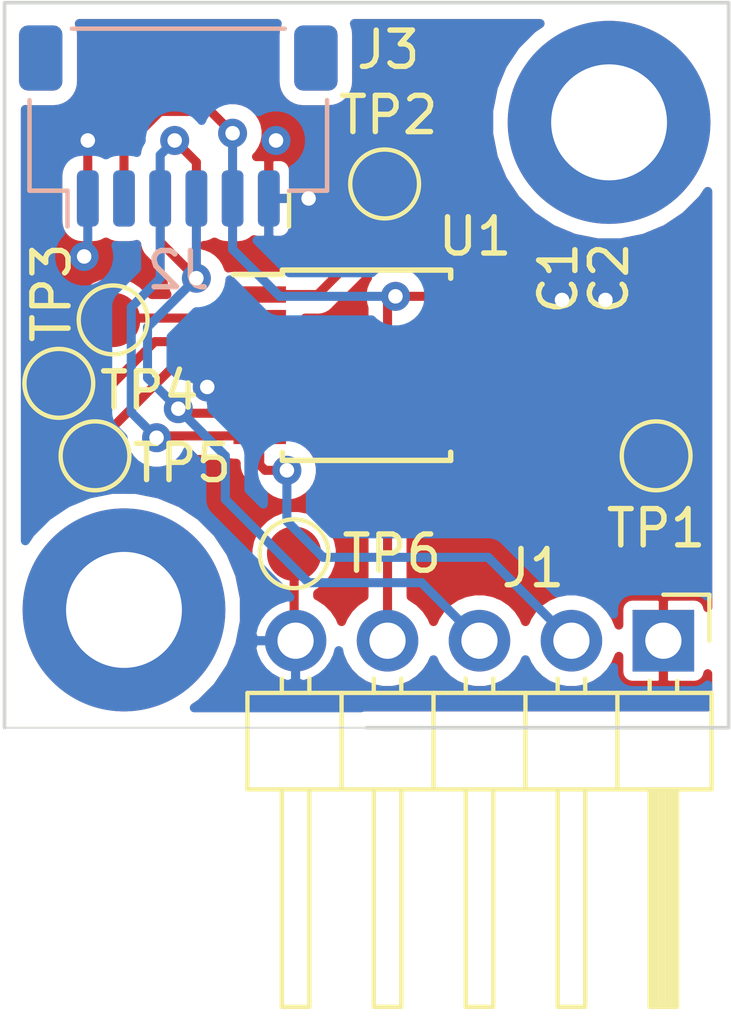
<source format=kicad_pcb>
(kicad_pcb (version 20171130) (host pcbnew 5.1.5-52549c5~84~ubuntu18.04.1)

  (general
    (thickness 1.6)
    (drawings 17)
    (tracks 98)
    (zones 0)
    (modules 14)
    (nets 10)
  )

  (page A4)
  (layers
    (0 F.Cu signal)
    (31 B.Cu signal)
    (32 B.Adhes user)
    (33 F.Adhes user)
    (34 B.Paste user)
    (35 F.Paste user)
    (36 B.SilkS user)
    (37 F.SilkS user)
    (38 B.Mask user)
    (39 F.Mask user)
    (40 Dwgs.User user)
    (41 Cmts.User user)
    (42 Eco1.User user)
    (43 Eco2.User user)
    (44 Edge.Cuts user)
    (45 Margin user)
    (46 B.CrtYd user)
    (47 F.CrtYd user)
    (48 B.Fab user)
    (49 F.Fab user)
  )

  (setup
    (last_trace_width 0.25)
    (trace_clearance 0.2)
    (zone_clearance 0.4)
    (zone_45_only no)
    (trace_min 0.2)
    (via_size 0.8)
    (via_drill 0.4)
    (via_min_size 0.4)
    (via_min_drill 0.3)
    (uvia_size 0.3)
    (uvia_drill 0.1)
    (uvias_allowed no)
    (uvia_min_size 0.2)
    (uvia_min_drill 0.1)
    (edge_width 0.05)
    (segment_width 0.2)
    (pcb_text_width 0.3)
    (pcb_text_size 1.5 1.5)
    (mod_edge_width 0.12)
    (mod_text_size 1 1)
    (mod_text_width 0.15)
    (pad_size 1.524 1.524)
    (pad_drill 0.762)
    (pad_to_mask_clearance 0.051)
    (solder_mask_min_width 0.25)
    (aux_axis_origin 0 0)
    (grid_origin 130 90)
    (visible_elements FFFFFF7F)
    (pcbplotparams
      (layerselection 0x010fc_ffffffff)
      (usegerberextensions false)
      (usegerberattributes false)
      (usegerberadvancedattributes false)
      (creategerberjobfile false)
      (excludeedgelayer true)
      (linewidth 0.100000)
      (plotframeref false)
      (viasonmask false)
      (mode 1)
      (useauxorigin false)
      (hpglpennumber 1)
      (hpglpenspeed 20)
      (hpglpendiameter 15.000000)
      (psnegative false)
      (psa4output false)
      (plotreference true)
      (plotvalue true)
      (plotinvisibletext false)
      (padsonsilk false)
      (subtractmaskfromsilk false)
      (outputformat 1)
      (mirror false)
      (drillshape 0)
      (scaleselection 1)
      (outputdirectory "outputs/gerbers"))
  )

  (net 0 "")
  (net 1 GND)
  (net 2 VDD)
  (net 3 "Net-(J1-Pad4)")
  (net 4 "Net-(J1-Pad3)")
  (net 5 "Net-(J1-Pad2)")
  (net 6 "Net-(TP5-Pad1)")
  (net 7 "Net-(TP4-Pad1)")
  (net 8 "Net-(TP3-Pad1)")
  (net 9 "Net-(TP2-Pad1)")

  (net_class Default "This is the default net class."
    (clearance 0.2)
    (trace_width 0.25)
    (via_dia 0.8)
    (via_drill 0.4)
    (uvia_dia 0.3)
    (uvia_drill 0.1)
    (add_net GND)
    (add_net "Net-(J1-Pad2)")
    (add_net "Net-(J1-Pad3)")
    (add_net "Net-(J1-Pad4)")
    (add_net "Net-(TP2-Pad1)")
    (add_net "Net-(TP3-Pad1)")
    (add_net "Net-(TP4-Pad1)")
    (add_net "Net-(TP5-Pad1)")
    (add_net VDD)
  )

  (module Connector_JST:JST_SH_SM06B-SRSS-TB_1x06-1MP_P1.00mm_Horizontal (layer F.Cu) (tedit 5B78AD87) (tstamp 5E4B78BA)
    (at 134.8 83.4 180)
    (descr "JST SH series connector, SM06B-SRSS-TB (http://www.jst-mfg.com/product/pdf/eng/eSH.pdf), generated with kicad-footprint-generator")
    (tags "connector JST SH top entry")
    (path /5E4DE50C)
    (attr smd)
    (fp_text reference J3 (at -5.8 2.1) (layer F.SilkS)
      (effects (font (size 1 1) (thickness 0.15)))
    )
    (fp_text value SM06B-SRSS-TB (at -2.7 1.6) (layer F.Fab)
      (effects (font (size 1 1) (thickness 0.15)))
    )
    (fp_text user %R (at 0 0) (layer F.Fab)
      (effects (font (size 1 1) (thickness 0.15)))
    )
    (fp_line (start -2.5 -0.967893) (end -2 -1.675) (layer F.Fab) (width 0.1))
    (fp_line (start -3 -1.675) (end -2.5 -0.967893) (layer F.Fab) (width 0.1))
    (fp_line (start 4.9 -3.28) (end -4.9 -3.28) (layer F.CrtYd) (width 0.05))
    (fp_line (start 4.9 3.28) (end 4.9 -3.28) (layer F.CrtYd) (width 0.05))
    (fp_line (start -4.9 3.28) (end 4.9 3.28) (layer F.CrtYd) (width 0.05))
    (fp_line (start -4.9 -3.28) (end -4.9 3.28) (layer F.CrtYd) (width 0.05))
    (fp_line (start 4 -1.675) (end 4 2.575) (layer F.Fab) (width 0.1))
    (fp_line (start -4 -1.675) (end -4 2.575) (layer F.Fab) (width 0.1))
    (fp_line (start -4 2.575) (end 4 2.575) (layer F.Fab) (width 0.1))
    (fp_line (start -2.94 2.685) (end 2.94 2.685) (layer F.SilkS) (width 0.12))
    (fp_line (start 4.11 -1.785) (end 3.06 -1.785) (layer F.SilkS) (width 0.12))
    (fp_line (start 4.11 0.715) (end 4.11 -1.785) (layer F.SilkS) (width 0.12))
    (fp_line (start -3.06 -1.785) (end -3.06 -2.775) (layer F.SilkS) (width 0.12))
    (fp_line (start -4.11 -1.785) (end -3.06 -1.785) (layer F.SilkS) (width 0.12))
    (fp_line (start -4.11 0.715) (end -4.11 -1.785) (layer F.SilkS) (width 0.12))
    (fp_line (start -4 -1.675) (end 4 -1.675) (layer F.Fab) (width 0.1))
    (pad MP smd roundrect (at 3.8 1.875 180) (size 1.2 1.8) (layers F.Cu F.Paste F.Mask) (roundrect_rratio 0.208333))
    (pad MP smd roundrect (at -3.8 1.875 180) (size 1.2 1.8) (layers F.Cu F.Paste F.Mask) (roundrect_rratio 0.208333))
    (pad 6 smd roundrect (at 2.5 -2 180) (size 0.6 1.55) (layers F.Cu F.Paste F.Mask) (roundrect_rratio 0.25)
      (net 1 GND))
    (pad 5 smd roundrect (at 1.5 -2 180) (size 0.6 1.55) (layers F.Cu F.Paste F.Mask) (roundrect_rratio 0.25)
      (net 3 "Net-(J1-Pad4)"))
    (pad 4 smd roundrect (at 0.5 -2 180) (size 0.6 1.55) (layers F.Cu F.Paste F.Mask) (roundrect_rratio 0.25)
      (net 4 "Net-(J1-Pad3)"))
    (pad 3 smd roundrect (at -0.5 -2 180) (size 0.6 1.55) (layers F.Cu F.Paste F.Mask) (roundrect_rratio 0.25)
      (net 5 "Net-(J1-Pad2)"))
    (pad 2 smd roundrect (at -1.5 -2 180) (size 0.6 1.55) (layers F.Cu F.Paste F.Mask) (roundrect_rratio 0.25))
    (pad 1 smd roundrect (at -2.5 -2 180) (size 0.6 1.55) (layers F.Cu F.Paste F.Mask) (roundrect_rratio 0.25)
      (net 2 VDD))
    (model ${KISYS3DMOD}/Connector_JST.3dshapes/JST_SH_SM06B-SRSS-TB_1x06-1MP_P1.00mm_Horizontal.wrl
      (at (xyz 0 0 0))
      (scale (xyz 1 1 1))
      (rotate (xyz 0 0 0))
    )
  )

  (module Connector_PinHeader_2.54mm:PinHeader_1x05_P2.54mm_Horizontal (layer F.Cu) (tedit 59FED5CB) (tstamp 5E4B71E9)
    (at 148.2 97.6 270)
    (descr "Through hole angled pin header, 1x05, 2.54mm pitch, 6mm pin length, single row")
    (tags "Through hole angled pin header THT 1x05 2.54mm single row")
    (path /5E4DB1D2)
    (fp_text reference J1 (at -2 3.6 180) (layer F.SilkS)
      (effects (font (size 1 1) (thickness 0.15)))
    )
    (fp_text value Conn_01x05 (at 4.385 12.43 90) (layer F.Fab) hide
      (effects (font (size 1 1) (thickness 0.15)))
    )
    (fp_text user %R (at 2.77 5.08) (layer F.Fab)
      (effects (font (size 1 1) (thickness 0.15)))
    )
    (fp_line (start 10.55 -1.8) (end -1.8 -1.8) (layer F.CrtYd) (width 0.05))
    (fp_line (start 10.55 11.95) (end 10.55 -1.8) (layer F.CrtYd) (width 0.05))
    (fp_line (start -1.8 11.95) (end 10.55 11.95) (layer F.CrtYd) (width 0.05))
    (fp_line (start -1.8 -1.8) (end -1.8 11.95) (layer F.CrtYd) (width 0.05))
    (fp_line (start -1.27 -1.27) (end 0 -1.27) (layer F.SilkS) (width 0.12))
    (fp_line (start -1.27 0) (end -1.27 -1.27) (layer F.SilkS) (width 0.12))
    (fp_line (start 1.042929 10.54) (end 1.44 10.54) (layer F.SilkS) (width 0.12))
    (fp_line (start 1.042929 9.78) (end 1.44 9.78) (layer F.SilkS) (width 0.12))
    (fp_line (start 10.1 10.54) (end 4.1 10.54) (layer F.SilkS) (width 0.12))
    (fp_line (start 10.1 9.78) (end 10.1 10.54) (layer F.SilkS) (width 0.12))
    (fp_line (start 4.1 9.78) (end 10.1 9.78) (layer F.SilkS) (width 0.12))
    (fp_line (start 1.44 8.89) (end 4.1 8.89) (layer F.SilkS) (width 0.12))
    (fp_line (start 1.042929 8) (end 1.44 8) (layer F.SilkS) (width 0.12))
    (fp_line (start 1.042929 7.24) (end 1.44 7.24) (layer F.SilkS) (width 0.12))
    (fp_line (start 10.1 8) (end 4.1 8) (layer F.SilkS) (width 0.12))
    (fp_line (start 10.1 7.24) (end 10.1 8) (layer F.SilkS) (width 0.12))
    (fp_line (start 4.1 7.24) (end 10.1 7.24) (layer F.SilkS) (width 0.12))
    (fp_line (start 1.44 6.35) (end 4.1 6.35) (layer F.SilkS) (width 0.12))
    (fp_line (start 1.042929 5.46) (end 1.44 5.46) (layer F.SilkS) (width 0.12))
    (fp_line (start 1.042929 4.7) (end 1.44 4.7) (layer F.SilkS) (width 0.12))
    (fp_line (start 10.1 5.46) (end 4.1 5.46) (layer F.SilkS) (width 0.12))
    (fp_line (start 10.1 4.7) (end 10.1 5.46) (layer F.SilkS) (width 0.12))
    (fp_line (start 4.1 4.7) (end 10.1 4.7) (layer F.SilkS) (width 0.12))
    (fp_line (start 1.44 3.81) (end 4.1 3.81) (layer F.SilkS) (width 0.12))
    (fp_line (start 1.042929 2.92) (end 1.44 2.92) (layer F.SilkS) (width 0.12))
    (fp_line (start 1.042929 2.16) (end 1.44 2.16) (layer F.SilkS) (width 0.12))
    (fp_line (start 10.1 2.92) (end 4.1 2.92) (layer F.SilkS) (width 0.12))
    (fp_line (start 10.1 2.16) (end 10.1 2.92) (layer F.SilkS) (width 0.12))
    (fp_line (start 4.1 2.16) (end 10.1 2.16) (layer F.SilkS) (width 0.12))
    (fp_line (start 1.44 1.27) (end 4.1 1.27) (layer F.SilkS) (width 0.12))
    (fp_line (start 1.11 0.38) (end 1.44 0.38) (layer F.SilkS) (width 0.12))
    (fp_line (start 1.11 -0.38) (end 1.44 -0.38) (layer F.SilkS) (width 0.12))
    (fp_line (start 4.1 0.28) (end 10.1 0.28) (layer F.SilkS) (width 0.12))
    (fp_line (start 4.1 0.16) (end 10.1 0.16) (layer F.SilkS) (width 0.12))
    (fp_line (start 4.1 0.04) (end 10.1 0.04) (layer F.SilkS) (width 0.12))
    (fp_line (start 4.1 -0.08) (end 10.1 -0.08) (layer F.SilkS) (width 0.12))
    (fp_line (start 4.1 -0.2) (end 10.1 -0.2) (layer F.SilkS) (width 0.12))
    (fp_line (start 4.1 -0.32) (end 10.1 -0.32) (layer F.SilkS) (width 0.12))
    (fp_line (start 10.1 0.38) (end 4.1 0.38) (layer F.SilkS) (width 0.12))
    (fp_line (start 10.1 -0.38) (end 10.1 0.38) (layer F.SilkS) (width 0.12))
    (fp_line (start 4.1 -0.38) (end 10.1 -0.38) (layer F.SilkS) (width 0.12))
    (fp_line (start 4.1 -1.33) (end 1.44 -1.33) (layer F.SilkS) (width 0.12))
    (fp_line (start 4.1 11.49) (end 4.1 -1.33) (layer F.SilkS) (width 0.12))
    (fp_line (start 1.44 11.49) (end 4.1 11.49) (layer F.SilkS) (width 0.12))
    (fp_line (start 1.44 -1.33) (end 1.44 11.49) (layer F.SilkS) (width 0.12))
    (fp_line (start 4.04 10.48) (end 10.04 10.48) (layer F.Fab) (width 0.1))
    (fp_line (start 10.04 9.84) (end 10.04 10.48) (layer F.Fab) (width 0.1))
    (fp_line (start 4.04 9.84) (end 10.04 9.84) (layer F.Fab) (width 0.1))
    (fp_line (start -0.32 10.48) (end 1.5 10.48) (layer F.Fab) (width 0.1))
    (fp_line (start -0.32 9.84) (end -0.32 10.48) (layer F.Fab) (width 0.1))
    (fp_line (start -0.32 9.84) (end 1.5 9.84) (layer F.Fab) (width 0.1))
    (fp_line (start 4.04 7.94) (end 10.04 7.94) (layer F.Fab) (width 0.1))
    (fp_line (start 10.04 7.3) (end 10.04 7.94) (layer F.Fab) (width 0.1))
    (fp_line (start 4.04 7.3) (end 10.04 7.3) (layer F.Fab) (width 0.1))
    (fp_line (start -0.32 7.94) (end 1.5 7.94) (layer F.Fab) (width 0.1))
    (fp_line (start -0.32 7.3) (end -0.32 7.94) (layer F.Fab) (width 0.1))
    (fp_line (start -0.32 7.3) (end 1.5 7.3) (layer F.Fab) (width 0.1))
    (fp_line (start 4.04 5.4) (end 10.04 5.4) (layer F.Fab) (width 0.1))
    (fp_line (start 10.04 4.76) (end 10.04 5.4) (layer F.Fab) (width 0.1))
    (fp_line (start 4.04 4.76) (end 10.04 4.76) (layer F.Fab) (width 0.1))
    (fp_line (start -0.32 5.4) (end 1.5 5.4) (layer F.Fab) (width 0.1))
    (fp_line (start -0.32 4.76) (end -0.32 5.4) (layer F.Fab) (width 0.1))
    (fp_line (start -0.32 4.76) (end 1.5 4.76) (layer F.Fab) (width 0.1))
    (fp_line (start 4.04 2.86) (end 10.04 2.86) (layer F.Fab) (width 0.1))
    (fp_line (start 10.04 2.22) (end 10.04 2.86) (layer F.Fab) (width 0.1))
    (fp_line (start 4.04 2.22) (end 10.04 2.22) (layer F.Fab) (width 0.1))
    (fp_line (start -0.32 2.86) (end 1.5 2.86) (layer F.Fab) (width 0.1))
    (fp_line (start -0.32 2.22) (end -0.32 2.86) (layer F.Fab) (width 0.1))
    (fp_line (start -0.32 2.22) (end 1.5 2.22) (layer F.Fab) (width 0.1))
    (fp_line (start 4.04 0.32) (end 10.04 0.32) (layer F.Fab) (width 0.1))
    (fp_line (start 10.04 -0.32) (end 10.04 0.32) (layer F.Fab) (width 0.1))
    (fp_line (start 4.04 -0.32) (end 10.04 -0.32) (layer F.Fab) (width 0.1))
    (fp_line (start -0.32 0.32) (end 1.5 0.32) (layer F.Fab) (width 0.1))
    (fp_line (start -0.32 -0.32) (end -0.32 0.32) (layer F.Fab) (width 0.1))
    (fp_line (start -0.32 -0.32) (end 1.5 -0.32) (layer F.Fab) (width 0.1))
    (fp_line (start 1.5 -0.635) (end 2.135 -1.27) (layer F.Fab) (width 0.1))
    (fp_line (start 1.5 11.43) (end 1.5 -0.635) (layer F.Fab) (width 0.1))
    (fp_line (start 4.04 11.43) (end 1.5 11.43) (layer F.Fab) (width 0.1))
    (fp_line (start 4.04 -1.27) (end 4.04 11.43) (layer F.Fab) (width 0.1))
    (fp_line (start 2.135 -1.27) (end 4.04 -1.27) (layer F.Fab) (width 0.1))
    (pad 5 thru_hole oval (at 0 10.16 270) (size 1.7 1.7) (drill 1) (layers *.Cu *.Mask)
      (net 1 GND))
    (pad 4 thru_hole oval (at 0 7.62 270) (size 1.7 1.7) (drill 1) (layers *.Cu *.Mask)
      (net 3 "Net-(J1-Pad4)"))
    (pad 3 thru_hole oval (at 0 5.08 270) (size 1.7 1.7) (drill 1) (layers *.Cu *.Mask)
      (net 4 "Net-(J1-Pad3)"))
    (pad 2 thru_hole oval (at 0 2.54 270) (size 1.7 1.7) (drill 1) (layers *.Cu *.Mask)
      (net 5 "Net-(J1-Pad2)"))
    (pad 1 thru_hole rect (at 0 0 270) (size 1.7 1.7) (drill 1) (layers *.Cu *.Mask)
      (net 2 VDD))
    (model ${KISYS3DMOD}/Connector_PinHeader_2.54mm.3dshapes/PinHeader_1x05_P2.54mm_Horizontal.wrl
      (at (xyz 0 0 0))
      (scale (xyz 1 1 1))
      (rotate (xyz 0 0 0))
    )
  )

  (module MountingHole:MountingHole_3.2mm_M3_DIN965_Pad (layer F.Cu) (tedit 56D1B4CB) (tstamp 5E4B66CE)
    (at 133.3 96.75)
    (descr "Mounting Hole 3.2mm, M3, DIN965")
    (tags "mounting hole 3.2mm m3 din965")
    (path /5E4CFD23)
    (attr virtual)
    (fp_text reference H1 (at 0 -3.8) (layer F.SilkS) hide
      (effects (font (size 1 1) (thickness 0.15)))
    )
    (fp_text value MountingHole (at 0 3.8) (layer F.Fab) hide
      (effects (font (size 1 1) (thickness 0.15)))
    )
    (fp_circle (center 0 0) (end 3.05 0) (layer F.CrtYd) (width 0.05))
    (fp_circle (center 0 0) (end 2.8 0) (layer Cmts.User) (width 0.15))
    (fp_text user %R (at 0.3 0) (layer F.Fab)
      (effects (font (size 1 1) (thickness 0.15)))
    )
    (pad 1 thru_hole circle (at 0 0) (size 5.6 5.6) (drill 3.2) (layers *.Cu *.Mask))
  )

  (module MountingHole:MountingHole_3.2mm_M3_DIN965_Pad (layer F.Cu) (tedit 56D1B4CB) (tstamp 5E4B66D6)
    (at 146.7 83.3)
    (descr "Mounting Hole 3.2mm, M3, DIN965")
    (tags "mounting hole 3.2mm m3 din965")
    (path /5E4D04C5)
    (attr virtual)
    (fp_text reference H2 (at 0 -3.8) (layer F.SilkS) hide
      (effects (font (size 1 1) (thickness 0.15)))
    )
    (fp_text value MountingHole (at 0 3.8) (layer F.Fab) hide
      (effects (font (size 1 1) (thickness 0.15)))
    )
    (fp_circle (center 0 0) (end 3.05 0) (layer F.CrtYd) (width 0.05))
    (fp_circle (center 0 0) (end 2.8 0) (layer Cmts.User) (width 0.15))
    (fp_text user %R (at 0.3 0) (layer F.Fab)
      (effects (font (size 1 1) (thickness 0.15)))
    )
    (pad 1 thru_hole circle (at 0 0) (size 5.6 5.6) (drill 3.2) (layers *.Cu *.Mask))
  )

  (module TestPoint:TestPoint_Pad_D1.5mm (layer F.Cu) (tedit 5A0F774F) (tstamp 5E4B7C83)
    (at 138 95.2)
    (descr "SMD pad as test Point, diameter 1.5mm")
    (tags "test point SMD pad")
    (path /5E4CBD5C)
    (attr virtual)
    (fp_text reference TP6 (at 2.7 0) (layer F.SilkS)
      (effects (font (size 1 1) (thickness 0.15)))
    )
    (fp_text value TestPoint (at 0 1.75) (layer F.Fab) hide
      (effects (font (size 1 1) (thickness 0.15)))
    )
    (fp_circle (center 0 0) (end 0 0.95) (layer F.SilkS) (width 0.12))
    (fp_circle (center 0 0) (end 1.25 0) (layer F.CrtYd) (width 0.05))
    (fp_text user %R (at -0.1 -0.1) (layer F.Fab)
      (effects (font (size 1 1) (thickness 0.15)))
    )
    (pad 1 smd circle (at 0 0) (size 1.5 1.5) (layers F.Cu F.Mask)
      (net 1 GND))
  )

  (module TestPoint:TestPoint_Pad_D1.5mm (layer F.Cu) (tedit 5A0F774F) (tstamp 5E4B5FCD)
    (at 132.5 92.5)
    (descr "SMD pad as test Point, diameter 1.5mm")
    (tags "test point SMD pad")
    (path /5E4CBBC2)
    (attr virtual)
    (fp_text reference TP5 (at 2.4 0.2) (layer F.SilkS)
      (effects (font (size 1 1) (thickness 0.15)))
    )
    (fp_text value TestPoint (at 0 1.75) (layer F.Fab) hide
      (effects (font (size 1 1) (thickness 0.15)))
    )
    (fp_circle (center 0 0) (end 0 0.95) (layer F.SilkS) (width 0.12))
    (fp_circle (center 0 0) (end 1.25 0) (layer F.CrtYd) (width 0.05))
    (fp_text user %R (at 0 0.1) (layer F.Fab)
      (effects (font (size 1 1) (thickness 0.15)))
    )
    (pad 1 smd circle (at 0 0) (size 1.5 1.5) (layers F.Cu F.Mask)
      (net 6 "Net-(TP5-Pad1)"))
  )

  (module TestPoint:TestPoint_Pad_D1.5mm (layer F.Cu) (tedit 5A0F774F) (tstamp 5E4B5FC5)
    (at 131.5 90.5)
    (descr "SMD pad as test Point, diameter 1.5mm")
    (tags "test point SMD pad")
    (path /5E4CBAA8)
    (attr virtual)
    (fp_text reference TP4 (at 2.5 0.2) (layer F.SilkS)
      (effects (font (size 1 1) (thickness 0.15)))
    )
    (fp_text value TestPoint (at 0 1.75) (layer F.Fab) hide
      (effects (font (size 1 1) (thickness 0.15)))
    )
    (fp_circle (center 0 0) (end 0 0.95) (layer F.SilkS) (width 0.12))
    (fp_circle (center 0 0) (end 1.25 0) (layer F.CrtYd) (width 0.05))
    (fp_text user %R (at 0.1 0.1) (layer F.Fab)
      (effects (font (size 1 1) (thickness 0.15)))
    )
    (pad 1 smd circle (at 0 0) (size 1.5 1.5) (layers F.Cu F.Mask)
      (net 7 "Net-(TP4-Pad1)"))
  )

  (module TestPoint:TestPoint_Pad_D1.5mm (layer F.Cu) (tedit 5A0F774F) (tstamp 5E4B5FBD)
    (at 133 88.75)
    (descr "SMD pad as test Point, diameter 1.5mm")
    (tags "test point SMD pad")
    (path /5E4CB934)
    (attr virtual)
    (fp_text reference TP3 (at -1.7 -0.75 90) (layer F.SilkS)
      (effects (font (size 1 1) (thickness 0.15)))
    )
    (fp_text value TestPoint (at 0 1.75) (layer F.Fab) hide
      (effects (font (size 1 1) (thickness 0.15)))
    )
    (fp_circle (center 0 0) (end 0 0.95) (layer F.SilkS) (width 0.12))
    (fp_circle (center 0 0) (end 1.25 0) (layer F.CrtYd) (width 0.05))
    (fp_text user %R (at 0.1 0.15) (layer F.Fab)
      (effects (font (size 1 1) (thickness 0.15)))
    )
    (pad 1 smd circle (at 0 0) (size 1.5 1.5) (layers F.Cu F.Mask)
      (net 8 "Net-(TP3-Pad1)"))
  )

  (module TestPoint:TestPoint_Pad_D1.5mm (layer F.Cu) (tedit 5A0F774F) (tstamp 5E4B5FB5)
    (at 140.5 85)
    (descr "SMD pad as test Point, diameter 1.5mm")
    (tags "test point SMD pad")
    (path /5E4CB81F)
    (attr virtual)
    (fp_text reference TP2 (at 0.1 -1.9) (layer F.SilkS)
      (effects (font (size 1 1) (thickness 0.15)))
    )
    (fp_text value TestPoint (at 0 1.75) (layer F.Fab) hide
      (effects (font (size 1 1) (thickness 0.15)))
    )
    (fp_circle (center 0 0) (end 0 0.95) (layer F.SilkS) (width 0.12))
    (fp_circle (center 0 0) (end 1.25 0) (layer F.CrtYd) (width 0.05))
    (fp_text user %R (at 0 0.1) (layer F.Fab)
      (effects (font (size 1 1) (thickness 0.15)))
    )
    (pad 1 smd circle (at 0 0) (size 1.5 1.5) (layers F.Cu F.Mask)
      (net 9 "Net-(TP2-Pad1)"))
  )

  (module TestPoint:TestPoint_Pad_D1.5mm (layer F.Cu) (tedit 5A0F774F) (tstamp 5E4B5FAD)
    (at 148 92.5)
    (descr "SMD pad as test Point, diameter 1.5mm")
    (tags "test point SMD pad")
    (path /5E4C9D47)
    (attr virtual)
    (fp_text reference TP1 (at 0 2) (layer F.SilkS)
      (effects (font (size 1 1) (thickness 0.15)))
    )
    (fp_text value TestPoint (at 0 1.75) (layer F.Fab) hide
      (effects (font (size 1 1) (thickness 0.15)))
    )
    (fp_circle (center 0 0) (end 0 0.95) (layer F.SilkS) (width 0.12))
    (fp_circle (center 0 0) (end 1.25 0) (layer F.CrtYd) (width 0.05))
    (fp_text user %R (at 0.6 0) (layer F.Fab)
      (effects (font (size 1 1) (thickness 0.15)))
    )
    (pad 1 smd circle (at 0 0) (size 1.5 1.5) (layers F.Cu F.Mask)
      (net 2 VDD))
  )

  (module Package_SO:TSSOP-14_4.4x5mm_P0.65mm (layer F.Cu) (tedit 5A02F25C) (tstamp 5E4B6105)
    (at 140 90)
    (descr "14-Lead Plastic Thin Shrink Small Outline (ST)-4.4 mm Body [TSSOP] (see Microchip Packaging Specification 00000049BS.pdf)")
    (tags "SSOP 0.65")
    (path /5E4B6E80)
    (attr smd)
    (fp_text reference U1 (at 3 -3.55) (layer F.SilkS)
      (effects (font (size 1 1) (thickness 0.15)))
    )
    (fp_text value AS5047P (at 3.2 0 90) (layer F.Fab)
      (effects (font (size 1 1) (thickness 0.15)))
    )
    (fp_text user %R (at 0.6 1.2) (layer F.Fab)
      (effects (font (size 0.8 0.8) (thickness 0.15)))
    )
    (fp_line (start -2.325 -2.5) (end -3.675 -2.5) (layer F.SilkS) (width 0.15))
    (fp_line (start -2.325 2.625) (end 2.325 2.625) (layer F.SilkS) (width 0.15))
    (fp_line (start -2.325 -2.625) (end 2.325 -2.625) (layer F.SilkS) (width 0.15))
    (fp_line (start -2.325 2.625) (end -2.325 2.4) (layer F.SilkS) (width 0.15))
    (fp_line (start 2.325 2.625) (end 2.325 2.4) (layer F.SilkS) (width 0.15))
    (fp_line (start 2.325 -2.625) (end 2.325 -2.4) (layer F.SilkS) (width 0.15))
    (fp_line (start -2.325 -2.625) (end -2.325 -2.5) (layer F.SilkS) (width 0.15))
    (fp_line (start -3.95 2.8) (end 3.95 2.8) (layer F.CrtYd) (width 0.05))
    (fp_line (start -3.95 -2.8) (end 3.95 -2.8) (layer F.CrtYd) (width 0.05))
    (fp_line (start 3.95 -2.8) (end 3.95 2.8) (layer F.CrtYd) (width 0.05))
    (fp_line (start -3.95 -2.8) (end -3.95 2.8) (layer F.CrtYd) (width 0.05))
    (fp_line (start -2.2 -1.5) (end -1.2 -2.5) (layer F.Fab) (width 0.15))
    (fp_line (start -2.2 2.5) (end -2.2 -1.5) (layer F.Fab) (width 0.15))
    (fp_line (start 2.2 2.5) (end -2.2 2.5) (layer F.Fab) (width 0.15))
    (fp_line (start 2.2 -2.5) (end 2.2 2.5) (layer F.Fab) (width 0.15))
    (fp_line (start -1.2 -2.5) (end 2.2 -2.5) (layer F.Fab) (width 0.15))
    (pad 14 smd rect (at 2.95 -1.95) (size 1.45 0.45) (layers F.Cu F.Paste F.Mask)
      (net 3 "Net-(J1-Pad4)"))
    (pad 13 smd rect (at 2.95 -1.3) (size 1.45 0.45) (layers F.Cu F.Paste F.Mask)
      (net 1 GND))
    (pad 12 smd rect (at 2.95 -0.65) (size 1.45 0.45) (layers F.Cu F.Paste F.Mask)
      (net 2 VDD))
    (pad 11 smd rect (at 2.95 0) (size 1.45 0.45) (layers F.Cu F.Paste F.Mask)
      (net 2 VDD))
    (pad 10 smd rect (at 2.95 0.65) (size 1.45 0.45) (layers F.Cu F.Paste F.Mask))
    (pad 9 smd rect (at 2.95 1.3) (size 1.45 0.45) (layers F.Cu F.Paste F.Mask))
    (pad 8 smd rect (at 2.95 1.95) (size 1.45 0.45) (layers F.Cu F.Paste F.Mask))
    (pad 7 smd rect (at -2.95 1.95) (size 1.45 0.45) (layers F.Cu F.Paste F.Mask)
      (net 5 "Net-(J1-Pad2)"))
    (pad 6 smd rect (at -2.95 1.3) (size 1.45 0.45) (layers F.Cu F.Paste F.Mask)
      (net 4 "Net-(J1-Pad3)"))
    (pad 5 smd rect (at -2.95 0.65) (size 1.45 0.45) (layers F.Cu F.Paste F.Mask)
      (net 1 GND))
    (pad 4 smd rect (at -2.95 0) (size 1.45 0.45) (layers F.Cu F.Paste F.Mask)
      (net 6 "Net-(TP5-Pad1)"))
    (pad 3 smd rect (at -2.95 -0.65) (size 1.45 0.45) (layers F.Cu F.Paste F.Mask)
      (net 7 "Net-(TP4-Pad1)"))
    (pad 2 smd rect (at -2.95 -1.3) (size 1.45 0.45) (layers F.Cu F.Paste F.Mask)
      (net 8 "Net-(TP3-Pad1)"))
    (pad 1 smd rect (at -2.95 -1.95) (size 1.45 0.45) (layers F.Cu F.Paste F.Mask)
      (net 9 "Net-(TP2-Pad1)"))
    (model ${KISYS3DMOD}/Package_SO.3dshapes/TSSOP-14_4.4x5mm_P0.65mm.wrl
      (at (xyz 0 0 0))
      (scale (xyz 1 1 1))
      (rotate (xyz 0 0 0))
    )
  )

  (module Connector_JST:JST_SH_SM06B-SRSS-TB_1x06-1MP_P1.00mm_Horizontal (layer B.Cu) (tedit 5B78AD87) (tstamp 5E4B5B8F)
    (at 134.8 83.4)
    (descr "JST SH series connector, SM06B-SRSS-TB (http://www.jst-mfg.com/product/pdf/eng/eSH.pdf), generated with kicad-footprint-generator")
    (tags "connector JST SH top entry")
    (path /5E4C0830)
    (attr smd)
    (fp_text reference J2 (at 0 3.98 180) (layer B.SilkS)
      (effects (font (size 1 1) (thickness 0.15)) (justify mirror))
    )
    (fp_text value SM06B-SRSS-TB (at 2.5 2.9 180) (layer B.Fab)
      (effects (font (size 1 1) (thickness 0.15)) (justify mirror))
    )
    (fp_text user %R (at 0 0 180) (layer B.Fab)
      (effects (font (size 1 1) (thickness 0.15)) (justify mirror))
    )
    (fp_line (start -2.5 0.967893) (end -2 1.675) (layer B.Fab) (width 0.1))
    (fp_line (start -3 1.675) (end -2.5 0.967893) (layer B.Fab) (width 0.1))
    (fp_line (start 4.9 3.28) (end -4.9 3.28) (layer B.CrtYd) (width 0.05))
    (fp_line (start 4.9 -3.28) (end 4.9 3.28) (layer B.CrtYd) (width 0.05))
    (fp_line (start -4.9 -3.28) (end 4.9 -3.28) (layer B.CrtYd) (width 0.05))
    (fp_line (start -4.9 3.28) (end -4.9 -3.28) (layer B.CrtYd) (width 0.05))
    (fp_line (start 4 1.675) (end 4 -2.575) (layer B.Fab) (width 0.1))
    (fp_line (start -4 1.675) (end -4 -2.575) (layer B.Fab) (width 0.1))
    (fp_line (start -4 -2.575) (end 4 -2.575) (layer B.Fab) (width 0.1))
    (fp_line (start -2.94 -2.685) (end 2.94 -2.685) (layer B.SilkS) (width 0.12))
    (fp_line (start 4.11 1.785) (end 3.06 1.785) (layer B.SilkS) (width 0.12))
    (fp_line (start 4.11 -0.715) (end 4.11 1.785) (layer B.SilkS) (width 0.12))
    (fp_line (start -3.06 1.785) (end -3.06 2.775) (layer B.SilkS) (width 0.12))
    (fp_line (start -4.11 1.785) (end -3.06 1.785) (layer B.SilkS) (width 0.12))
    (fp_line (start -4.11 -0.715) (end -4.11 1.785) (layer B.SilkS) (width 0.12))
    (fp_line (start -4 1.675) (end 4 1.675) (layer B.Fab) (width 0.1))
    (pad MP smd roundrect (at 3.8 -1.875) (size 1.2 1.8) (layers B.Cu B.Paste B.Mask) (roundrect_rratio 0.208333))
    (pad MP smd roundrect (at -3.8 -1.875) (size 1.2 1.8) (layers B.Cu B.Paste B.Mask) (roundrect_rratio 0.208333))
    (pad 6 smd roundrect (at 2.5 2) (size 0.6 1.55) (layers B.Cu B.Paste B.Mask) (roundrect_rratio 0.25)
      (net 1 GND))
    (pad 5 smd roundrect (at 1.5 2) (size 0.6 1.55) (layers B.Cu B.Paste B.Mask) (roundrect_rratio 0.25)
      (net 3 "Net-(J1-Pad4)"))
    (pad 4 smd roundrect (at 0.5 2) (size 0.6 1.55) (layers B.Cu B.Paste B.Mask) (roundrect_rratio 0.25)
      (net 4 "Net-(J1-Pad3)"))
    (pad 3 smd roundrect (at -0.5 2) (size 0.6 1.55) (layers B.Cu B.Paste B.Mask) (roundrect_rratio 0.25)
      (net 5 "Net-(J1-Pad2)"))
    (pad 2 smd roundrect (at -1.5 2) (size 0.6 1.55) (layers B.Cu B.Paste B.Mask) (roundrect_rratio 0.25))
    (pad 1 smd roundrect (at -2.5 2) (size 0.6 1.55) (layers B.Cu B.Paste B.Mask) (roundrect_rratio 0.25)
      (net 2 VDD))
    (model ${KISYS3DMOD}/Connector_JST.3dshapes/JST_SH_SM06B-SRSS-TB_1x06-1MP_P1.00mm_Horizontal.wrl
      (at (xyz 0 0 0))
      (scale (xyz 1 1 1))
      (rotate (xyz 0 0 0))
    )
  )

  (module Capacitor_SMD:C_0402_1005Metric (layer F.Cu) (tedit 5B301BBE) (tstamp 5E4B5B57)
    (at 146.6 89.6 90)
    (descr "Capacitor SMD 0402 (1005 Metric), square (rectangular) end terminal, IPC_7351 nominal, (Body size source: http://www.tortai-tech.com/upload/download/2011102023233369053.pdf), generated with kicad-footprint-generator")
    (tags capacitor)
    (path /5E4B8AAE)
    (attr smd)
    (fp_text reference C2 (at 2 0.1 90) (layer F.SilkS)
      (effects (font (size 1 1) (thickness 0.15)))
    )
    (fp_text value 1uF (at 0 1.17 90) (layer F.Fab)
      (effects (font (size 1 1) (thickness 0.15)))
    )
    (fp_text user %R (at 0 0 90) (layer F.Fab)
      (effects (font (size 0.25 0.25) (thickness 0.04)))
    )
    (fp_line (start 0.93 0.47) (end -0.93 0.47) (layer F.CrtYd) (width 0.05))
    (fp_line (start 0.93 -0.47) (end 0.93 0.47) (layer F.CrtYd) (width 0.05))
    (fp_line (start -0.93 -0.47) (end 0.93 -0.47) (layer F.CrtYd) (width 0.05))
    (fp_line (start -0.93 0.47) (end -0.93 -0.47) (layer F.CrtYd) (width 0.05))
    (fp_line (start 0.5 0.25) (end -0.5 0.25) (layer F.Fab) (width 0.1))
    (fp_line (start 0.5 -0.25) (end 0.5 0.25) (layer F.Fab) (width 0.1))
    (fp_line (start -0.5 -0.25) (end 0.5 -0.25) (layer F.Fab) (width 0.1))
    (fp_line (start -0.5 0.25) (end -0.5 -0.25) (layer F.Fab) (width 0.1))
    (pad 2 smd roundrect (at 0.485 0 90) (size 0.59 0.64) (layers F.Cu F.Paste F.Mask) (roundrect_rratio 0.25)
      (net 1 GND))
    (pad 1 smd roundrect (at -0.485 0 90) (size 0.59 0.64) (layers F.Cu F.Paste F.Mask) (roundrect_rratio 0.25)
      (net 2 VDD))
    (model ${KISYS3DMOD}/Capacitor_SMD.3dshapes/C_0402_1005Metric.wrl
      (at (xyz 0 0 0))
      (scale (xyz 1 1 1))
      (rotate (xyz 0 0 0))
    )
  )

  (module Capacitor_SMD:C_0402_1005Metric (layer F.Cu) (tedit 5B301BBE) (tstamp 5E4B5BD5)
    (at 145.4 89.65 90)
    (descr "Capacitor SMD 0402 (1005 Metric), square (rectangular) end terminal, IPC_7351 nominal, (Body size source: http://www.tortai-tech.com/upload/download/2011102023233369053.pdf), generated with kicad-footprint-generator")
    (tags capacitor)
    (path /5E4B7B3C)
    (attr smd)
    (fp_text reference C1 (at 2.05 -0.1 90) (layer F.SilkS)
      (effects (font (size 1 1) (thickness 0.15)))
    )
    (fp_text value 100nF (at -3.05 0.2 90) (layer F.Fab)
      (effects (font (size 1 1) (thickness 0.15)))
    )
    (fp_text user %R (at 0 0.004999 90) (layer F.Fab)
      (effects (font (size 0.25 0.25) (thickness 0.04)))
    )
    (fp_line (start 0.93 0.47) (end -0.93 0.47) (layer F.CrtYd) (width 0.05))
    (fp_line (start 0.93 -0.47) (end 0.93 0.47) (layer F.CrtYd) (width 0.05))
    (fp_line (start -0.93 -0.47) (end 0.93 -0.47) (layer F.CrtYd) (width 0.05))
    (fp_line (start -0.93 0.47) (end -0.93 -0.47) (layer F.CrtYd) (width 0.05))
    (fp_line (start 0.5 0.25) (end -0.5 0.25) (layer F.Fab) (width 0.1))
    (fp_line (start 0.5 -0.25) (end 0.5 0.25) (layer F.Fab) (width 0.1))
    (fp_line (start -0.5 -0.25) (end 0.5 -0.25) (layer F.Fab) (width 0.1))
    (fp_line (start -0.5 0.25) (end -0.5 -0.25) (layer F.Fab) (width 0.1))
    (pad 2 smd roundrect (at 0.485 0 90) (size 0.59 0.64) (layers F.Cu F.Paste F.Mask) (roundrect_rratio 0.25)
      (net 1 GND))
    (pad 1 smd roundrect (at -0.485 0 90) (size 0.59 0.64) (layers F.Cu F.Paste F.Mask) (roundrect_rratio 0.25)
      (net 2 VDD))
    (model ${KISYS3DMOD}/Capacitor_SMD.3dshapes/C_0402_1005Metric.wrl
      (at (xyz 0 0 0))
      (scale (xyz 1 1 1))
      (rotate (xyz 0 0 0))
    )
  )

  (gr_line (start 150 100) (end 150 80) (layer B.Fab) (width 0.15) (tstamp 5E4B86FF))
  (gr_line (start 130 100) (end 150 100) (layer B.Fab) (width 0.15))
  (gr_line (start 130 80) (end 130 100) (layer B.Fab) (width 0.15))
  (gr_line (start 150 80) (end 130 80) (layer B.Fab) (width 0.15))
  (gr_line (start 150 100) (end 150 80) (layer F.Fab) (width 0.15) (tstamp 5E4B86FE))
  (gr_line (start 130 100) (end 150 100) (layer F.Fab) (width 0.15))
  (gr_line (start 130 80) (end 130 100) (layer F.Fab) (width 0.15))
  (gr_line (start 150 80) (end 130 80) (layer F.Fab) (width 0.15))
  (gr_circle (center 140 90) (end 149.5 90) (layer Cmts.User) (width 0.15))
  (gr_line (start 140 90) (end 140 80.5) (layer Cmts.User) (width 0.15) (tstamp 5E4B69A2))
  (gr_line (start 140 90) (end 140 99.5) (layer Cmts.User) (width 0.15))
  (gr_circle (center 140 90) (end 148 90) (layer Cmts.User) (width 0.15) (tstamp 5E4B7CBC))
  (gr_line (start 150 80) (end 130 80) (layer Edge.Cuts) (width 0.1) (tstamp 5E4B60AE))
  (gr_line (start 130 80) (end 130 100) (layer Edge.Cuts) (width 0.1) (tstamp 5E4B60A8))
  (gr_line (start 150 100) (end 150 80) (layer Edge.Cuts) (width 0.1))
  (gr_line (start 140 100) (end 150 100) (layer Edge.Cuts) (width 0.1))
  (gr_line (start 130 100) (end 140 100) (layer Edge.Cuts) (width 0.05))

  (segment (start 145.4 89.165) (end 144.765 89.165) (width 0.25) (layer F.Cu) (net 1))
  (segment (start 144.3 88.7) (end 142.95 88.7) (width 0.25) (layer F.Cu) (net 1))
  (segment (start 144.765 89.165) (end 144.3 88.7) (width 0.25) (layer F.Cu) (net 1))
  (segment (start 145.45 89.115) (end 145.4 89.165) (width 0.25) (layer F.Cu) (net 1))
  (segment (start 146.6 89.115) (end 145.45 89.115) (width 0.25) (layer F.Cu) (net 1))
  (via (at 135.6 90.6) (size 0.8) (drill 0.4) (layers F.Cu B.Cu) (net 1))
  (segment (start 137.05 90.65) (end 135.65 90.65) (width 0.25) (layer F.Cu) (net 1))
  (segment (start 135.65 90.65) (end 135.6 90.6) (width 0.25) (layer F.Cu) (net 1))
  (via (at 138.4 85.4) (size 0.8) (drill 0.4) (layers F.Cu B.Cu) (net 1))
  (segment (start 137.3 85.4) (end 138.4 85.4) (width 0.25) (layer B.Cu) (net 1))
  (via (at 132.3 83.8) (size 0.8) (drill 0.4) (layers F.Cu B.Cu) (net 1))
  (segment (start 132.3 85.4) (end 132.3 83.8) (width 0.25) (layer F.Cu) (net 1))
  (via (at 145.4 88.2) (size 0.8) (drill 0.4) (layers F.Cu B.Cu) (net 1))
  (segment (start 145.4 89.165) (end 145.4 88.2) (width 0.25) (layer F.Cu) (net 1))
  (via (at 146.6 88.2) (size 0.8) (drill 0.4) (layers F.Cu B.Cu) (net 1))
  (segment (start 146.6 89.115) (end 146.6 88.2) (width 0.25) (layer F.Cu) (net 1))
  (segment (start 138 97.56) (end 138.04 97.6) (width 0.25) (layer F.Cu) (net 1))
  (segment (start 138 95.2) (end 138 97.56) (width 0.25) (layer F.Cu) (net 1))
  (segment (start 145.4 90.135) (end 144.535 90.135) (width 0.25) (layer F.Cu) (net 2))
  (segment (start 144.4 90) (end 142.95 90) (width 0.25) (layer F.Cu) (net 2))
  (segment (start 144.535 90.135) (end 144.4 90) (width 0.25) (layer F.Cu) (net 2))
  (segment (start 145.45 90.085) (end 145.4 90.135) (width 0.25) (layer F.Cu) (net 2))
  (segment (start 146.6 90.085) (end 145.45 90.085) (width 0.25) (layer F.Cu) (net 2))
  (segment (start 144.4 90) (end 144.4 89.6) (width 0.25) (layer F.Cu) (net 2))
  (segment (start 144.15 89.35) (end 142.95 89.35) (width 0.25) (layer F.Cu) (net 2))
  (segment (start 144.4 89.6) (end 144.15 89.35) (width 0.25) (layer F.Cu) (net 2))
  (via (at 132.2 87) (size 0.8) (drill 0.4) (layers F.Cu B.Cu) (net 2))
  (segment (start 132.3 85.4) (end 132.3 86.9) (width 0.25) (layer B.Cu) (net 2))
  (segment (start 132.3 86.9) (end 132.2 87) (width 0.25) (layer B.Cu) (net 2))
  (via (at 137.5 83.8) (size 0.8) (drill 0.4) (layers F.Cu B.Cu) (net 2))
  (segment (start 137.3 85.4) (end 137.3 84) (width 0.25) (layer F.Cu) (net 2))
  (segment (start 137.3 84) (end 137.5 83.8) (width 0.25) (layer F.Cu) (net 2))
  (segment (start 136.3 85.4) (end 136.3 86.8) (width 0.25) (layer B.Cu) (net 3))
  (via (at 140.8 88.1) (size 0.8) (drill 0.4) (layers F.Cu B.Cu) (net 3))
  (segment (start 136.3 86.8) (end 137.6 88.1) (width 0.25) (layer B.Cu) (net 3))
  (segment (start 137.6 88.1) (end 140.8 88.1) (width 0.25) (layer B.Cu) (net 3))
  (segment (start 142.9 88.1) (end 142.95 88.05) (width 0.25) (layer F.Cu) (net 3))
  (segment (start 140.8 88.1) (end 142.9 88.1) (width 0.25) (layer F.Cu) (net 3))
  (segment (start 133.3 85.4) (end 133.3 84) (width 0.25) (layer F.Cu) (net 3))
  (segment (start 133.3 84) (end 134.3 83) (width 0.25) (layer F.Cu) (net 3))
  (segment (start 134.3 83) (end 135.7 83) (width 0.25) (layer F.Cu) (net 3))
  (via (at 136.3 83.6) (size 0.8) (drill 0.4) (layers F.Cu B.Cu) (net 3))
  (segment (start 135.7 83) (end 136.3 83.6) (width 0.25) (layer F.Cu) (net 3))
  (segment (start 136.3 83.6) (end 136.3 85.4) (width 0.25) (layer B.Cu) (net 3))
  (segment (start 140.58 94.595) (end 140.6 94.575) (width 0.25) (layer F.Cu) (net 3))
  (segment (start 140.58 94.78) (end 140.58 94.595) (width 0.25) (layer F.Cu) (net 3))
  (segment (start 140.58 88.32) (end 140.8 88.1) (width 0.25) (layer F.Cu) (net 3))
  (segment (start 140.58 94.78) (end 140.58 88.32) (width 0.25) (layer F.Cu) (net 3))
  (segment (start 140.58 97.6) (end 140.58 94.78) (width 0.25) (layer F.Cu) (net 3))
  (segment (start 135.3 85.4) (end 135.3 87.6) (width 0.25) (layer B.Cu) (net 4))
  (segment (start 135.3 87.6) (end 133.95001 88.94999) (width 0.25) (layer B.Cu) (net 4))
  (via (at 134.8 91.2) (size 0.8) (drill 0.4) (layers F.Cu B.Cu) (net 4))
  (segment (start 133.95001 88.94999) (end 133.95001 90.35001) (width 0.25) (layer B.Cu) (net 4))
  (segment (start 133.95001 90.35001) (end 134.8 91.2) (width 0.25) (layer B.Cu) (net 4))
  (segment (start 137.024999 91.325001) (end 137.05 91.3) (width 0.25) (layer F.Cu) (net 4))
  (segment (start 134.925001 91.325001) (end 137.024999 91.325001) (width 0.25) (layer F.Cu) (net 4))
  (segment (start 134.8 91.2) (end 134.925001 91.325001) (width 0.25) (layer F.Cu) (net 4))
  (via (at 135.3 87.6) (size 0.8) (drill 0.4) (layers F.Cu B.Cu) (net 4))
  (segment (start 134.3 85.4) (end 134.3 86.6) (width 0.25) (layer F.Cu) (net 4))
  (segment (start 134.3 86.6) (end 135.3 87.6) (width 0.25) (layer F.Cu) (net 4))
  (segment (start 143.12 97.6) (end 141.52 96) (width 0.25) (layer B.Cu) (net 4))
  (segment (start 141.52 96) (end 138.4 96) (width 0.25) (layer B.Cu) (net 4))
  (segment (start 136.1 93.7) (end 136.1 92.5) (width 0.25) (layer B.Cu) (net 4))
  (segment (start 138.4 96) (end 136.1 93.7) (width 0.25) (layer B.Cu) (net 4))
  (segment (start 136.1 92.5) (end 134.8 91.2) (width 0.25) (layer B.Cu) (net 4))
  (segment (start 134.3 85.4) (end 134.3 87.6) (width 0.25) (layer B.Cu) (net 5))
  (segment (start 134.3 87.6) (end 133.5 88.4) (width 0.25) (layer B.Cu) (net 5))
  (via (at 134.2 92) (size 0.8) (drill 0.4) (layers F.Cu B.Cu) (net 5))
  (segment (start 133.5 88.4) (end 133.5 91.3) (width 0.25) (layer B.Cu) (net 5))
  (segment (start 133.5 91.3) (end 134.2 92) (width 0.25) (layer B.Cu) (net 5))
  (segment (start 134.25 91.95) (end 137.05 91.95) (width 0.25) (layer F.Cu) (net 5))
  (segment (start 134.2 92) (end 134.25 91.95) (width 0.25) (layer F.Cu) (net 5))
  (via (at 134.7 83.8) (size 0.8) (drill 0.4) (layers F.Cu B.Cu) (net 5))
  (segment (start 135.3 85.4) (end 135.3 84.4) (width 0.25) (layer F.Cu) (net 5))
  (segment (start 135.3 84.4) (end 134.7 83.8) (width 0.25) (layer F.Cu) (net 5))
  (segment (start 134.3 84.2) (end 134.3 85.4) (width 0.25) (layer B.Cu) (net 5))
  (segment (start 134.7 83.8) (end 134.3 84.2) (width 0.25) (layer B.Cu) (net 5))
  (via (at 137.8 92.9) (size 0.8) (drill 0.4) (layers F.Cu B.Cu) (net 5))
  (segment (start 137.8 92.9) (end 137.2 92.9) (width 0.25) (layer F.Cu) (net 5))
  (segment (start 137.05 92.75) (end 137.05 91.95) (width 0.25) (layer F.Cu) (net 5))
  (segment (start 137.2 92.9) (end 137.05 92.75) (width 0.25) (layer F.Cu) (net 5))
  (segment (start 145.66 97.6) (end 143.36 95.3) (width 0.25) (layer B.Cu) (net 5))
  (segment (start 143.36 95.3) (end 138.8 95.3) (width 0.25) (layer B.Cu) (net 5))
  (segment (start 137.8 94.3) (end 137.8 92.9) (width 0.25) (layer B.Cu) (net 5))
  (segment (start 138.8 95.3) (end 137.8 94.3) (width 0.25) (layer B.Cu) (net 5))
  (segment (start 132.5 92.5) (end 132.5 92.2) (width 0.25) (layer F.Cu) (net 6))
  (segment (start 134.825001 89.874999) (end 135.948001 89.874999) (width 0.25) (layer F.Cu) (net 6))
  (segment (start 132.5 92.2) (end 134.825001 89.874999) (width 0.25) (layer F.Cu) (net 6))
  (segment (start 136.073002 90) (end 137.05 90) (width 0.25) (layer F.Cu) (net 6))
  (segment (start 135.948001 89.874999) (end 136.073002 90) (width 0.25) (layer F.Cu) (net 6))
  (segment (start 137.05 89.35) (end 134.15 89.35) (width 0.25) (layer F.Cu) (net 7))
  (segment (start 133 90.5) (end 131.5 90.5) (width 0.25) (layer F.Cu) (net 7))
  (segment (start 134.15 89.35) (end 133 90.5) (width 0.25) (layer F.Cu) (net 7))
  (segment (start 133.05 88.7) (end 133 88.75) (width 0.25) (layer F.Cu) (net 8))
  (segment (start 137.05 88.7) (end 133.05 88.7) (width 0.25) (layer F.Cu) (net 8))
  (segment (start 137.05 88.05) (end 138.65 88.05) (width 0.25) (layer F.Cu) (net 9))
  (segment (start 140.5 86.2) (end 140.5 85) (width 0.25) (layer F.Cu) (net 9))
  (segment (start 138.65 88.05) (end 140.5 86.2) (width 0.25) (layer F.Cu) (net 9))

  (zone (net 2) (net_name VDD) (layer F.Cu) (tstamp 5E4B86B0) (hatch edge 0.508)
    (connect_pads (clearance 0.4))
    (min_thickness 0.25)
    (fill yes (arc_segments 32) (thermal_gap 0.254) (thermal_bridge_width 0.254))
    (polygon
      (pts
        (xy 150 100) (xy 130 100) (xy 130 80) (xy 150 80)
      )
    )
    (filled_polygon
      (pts
        (xy 137.531647 80.577448) (xy 137.4874 80.723309) (xy 137.47246 80.874999) (xy 137.47246 82.175001) (xy 137.4874 82.326691)
        (xy 137.531647 82.472552) (xy 137.603499 82.606979) (xy 137.700196 82.724804) (xy 137.818021 82.821501) (xy 137.952448 82.893353)
        (xy 138.098309 82.9376) (xy 138.249999 82.95254) (xy 138.950001 82.95254) (xy 139.101691 82.9376) (xy 139.247552 82.893353)
        (xy 139.381979 82.821501) (xy 139.499804 82.724804) (xy 139.596501 82.606979) (xy 139.668353 82.472552) (xy 139.7126 82.326691)
        (xy 139.72754 82.175001) (xy 139.72754 80.874999) (xy 139.7126 80.723309) (xy 139.668353 80.577448) (xy 139.667045 80.575)
        (xy 144.793409 80.575) (xy 144.580436 80.717304) (xy 144.117304 81.180436) (xy 143.753423 81.725022) (xy 143.502778 82.330133)
        (xy 143.375 82.972516) (xy 143.375 83.627484) (xy 143.502778 84.269867) (xy 143.753423 84.874978) (xy 144.117304 85.419564)
        (xy 144.580436 85.882696) (xy 145.125022 86.246577) (xy 145.730133 86.497222) (xy 146.372516 86.625) (xy 147.027484 86.625)
        (xy 147.669867 86.497222) (xy 148.274978 86.246577) (xy 148.819564 85.882696) (xy 149.282696 85.419564) (xy 149.425001 85.20659)
        (xy 149.425 96.690771) (xy 149.423516 96.675703) (xy 149.401845 96.604261) (xy 149.366652 96.53842) (xy 149.31929 96.48071)
        (xy 149.26158 96.433348) (xy 149.195739 96.398155) (xy 149.124297 96.376484) (xy 149.05 96.369166) (xy 148.29675 96.371)
        (xy 148.202 96.46575) (xy 148.202 97.598) (xy 148.222 97.598) (xy 148.222 97.602) (xy 148.202 97.602)
        (xy 148.202 98.73425) (xy 148.29675 98.829) (xy 149.05 98.830834) (xy 149.124297 98.823516) (xy 149.195739 98.801845)
        (xy 149.26158 98.766652) (xy 149.31929 98.71929) (xy 149.366652 98.66158) (xy 149.401845 98.595739) (xy 149.423516 98.524297)
        (xy 149.425 98.50923) (xy 149.425 99.425) (xy 139.971754 99.425) (xy 139.88728 99.43332) (xy 139.832293 99.45)
        (xy 135.244006 99.45) (xy 135.419564 99.332696) (xy 135.882696 98.869564) (xy 136.246577 98.324978) (xy 136.497222 97.719867)
        (xy 136.625 97.077484) (xy 136.625 96.422516) (xy 136.497222 95.780133) (xy 136.246577 95.175022) (xy 135.882696 94.630436)
        (xy 135.419564 94.167304) (xy 134.874978 93.803423) (xy 134.269867 93.552778) (xy 133.627484 93.425) (xy 133.378122 93.425)
        (xy 133.490357 93.312765) (xy 133.62989 93.103939) (xy 133.726002 92.871904) (xy 133.739369 92.804705) (xy 133.761848 92.819725)
        (xy 133.930187 92.889453) (xy 134.108895 92.925) (xy 134.291105 92.925) (xy 134.469813 92.889453) (xy 134.638152 92.819725)
        (xy 134.789653 92.718495) (xy 134.908148 92.6) (xy 136.015302 92.6) (xy 136.031914 92.613633) (xy 136.123119 92.662383)
        (xy 136.222082 92.692403) (xy 136.325 92.70254) (xy 136.4 92.70254) (xy 136.4 92.718079) (xy 136.396856 92.75)
        (xy 136.4 92.781921) (xy 136.4 92.781931) (xy 136.409405 92.877421) (xy 136.423838 92.925) (xy 136.446573 92.999947)
        (xy 136.50693 93.112868) (xy 136.537361 93.149948) (xy 136.588157 93.211843) (xy 136.612962 93.2322) (xy 136.7178 93.337038)
        (xy 136.738157 93.361843) (xy 136.837132 93.44307) (xy 136.950052 93.503427) (xy 137.072578 93.540595) (xy 137.138988 93.547136)
        (xy 137.210347 93.618495) (xy 137.361848 93.719725) (xy 137.530187 93.789453) (xy 137.708895 93.825) (xy 137.891105 93.825)
        (xy 138.069813 93.789453) (xy 138.238152 93.719725) (xy 138.389653 93.618495) (xy 138.518495 93.489653) (xy 138.619725 93.338152)
        (xy 138.689453 93.169813) (xy 138.725 92.991105) (xy 138.725 92.808895) (xy 138.689453 92.630187) (xy 138.619725 92.461848)
        (xy 138.518495 92.310347) (xy 138.389653 92.181505) (xy 138.30254 92.123298) (xy 138.30254 91.725) (xy 138.29269 91.625)
        (xy 138.30254 91.525) (xy 138.30254 91.075) (xy 138.29269 90.975) (xy 138.30254 90.875) (xy 138.30254 90.425)
        (xy 138.29269 90.325) (xy 138.30254 90.225) (xy 138.30254 89.775) (xy 138.29269 89.675) (xy 138.30254 89.575)
        (xy 138.30254 89.125) (xy 138.29269 89.025) (xy 138.30254 88.925) (xy 138.30254 88.7) (xy 138.618079 88.7)
        (xy 138.65 88.703144) (xy 138.681921 88.7) (xy 138.681932 88.7) (xy 138.777422 88.690595) (xy 138.899948 88.653427)
        (xy 139.012868 88.59307) (xy 139.111843 88.511843) (xy 139.1322 88.487038) (xy 140.026357 87.592881) (xy 139.980275 87.661848)
        (xy 139.910547 87.830187) (xy 139.875 88.008895) (xy 139.875 88.191105) (xy 139.910547 88.369813) (xy 139.930001 88.416779)
        (xy 139.93 94.563078) (xy 139.926856 94.595) (xy 139.93 94.626922) (xy 139.93 94.811931) (xy 139.930001 94.811941)
        (xy 139.93 96.380949) (xy 139.928693 96.381491) (xy 139.703489 96.531968) (xy 139.511968 96.723489) (xy 139.361491 96.948693)
        (xy 139.31 97.073004) (xy 139.258509 96.948693) (xy 139.108032 96.723489) (xy 138.916511 96.531968) (xy 138.691307 96.381491)
        (xy 138.65 96.364381) (xy 138.65 96.299113) (xy 138.812765 96.190357) (xy 138.990357 96.012765) (xy 139.12989 95.803939)
        (xy 139.226002 95.571904) (xy 139.275 95.325577) (xy 139.275 95.074423) (xy 139.226002 94.828096) (xy 139.12989 94.596061)
        (xy 138.990357 94.387235) (xy 138.812765 94.209643) (xy 138.603939 94.07011) (xy 138.371904 93.973998) (xy 138.125577 93.925)
        (xy 137.874423 93.925) (xy 137.628096 93.973998) (xy 137.396061 94.07011) (xy 137.187235 94.209643) (xy 137.009643 94.387235)
        (xy 136.87011 94.596061) (xy 136.773998 94.828096) (xy 136.725 95.074423) (xy 136.725 95.325577) (xy 136.773998 95.571904)
        (xy 136.87011 95.803939) (xy 137.009643 96.012765) (xy 137.187235 96.190357) (xy 137.35 96.299113) (xy 137.350001 96.407345)
        (xy 137.163489 96.531968) (xy 136.971968 96.723489) (xy 136.821491 96.948693) (xy 136.717841 97.198927) (xy 136.665 97.464574)
        (xy 136.665 97.735426) (xy 136.717841 98.001073) (xy 136.821491 98.251307) (xy 136.971968 98.476511) (xy 137.163489 98.668032)
        (xy 137.388693 98.818509) (xy 137.638927 98.922159) (xy 137.904574 98.975) (xy 138.175426 98.975) (xy 138.441073 98.922159)
        (xy 138.691307 98.818509) (xy 138.916511 98.668032) (xy 139.108032 98.476511) (xy 139.258509 98.251307) (xy 139.31 98.126996)
        (xy 139.361491 98.251307) (xy 139.511968 98.476511) (xy 139.703489 98.668032) (xy 139.928693 98.818509) (xy 140.178927 98.922159)
        (xy 140.444574 98.975) (xy 140.715426 98.975) (xy 140.981073 98.922159) (xy 141.231307 98.818509) (xy 141.456511 98.668032)
        (xy 141.648032 98.476511) (xy 141.798509 98.251307) (xy 141.85 98.126996) (xy 141.901491 98.251307) (xy 142.051968 98.476511)
        (xy 142.243489 98.668032) (xy 142.468693 98.818509) (xy 142.718927 98.922159) (xy 142.984574 98.975) (xy 143.255426 98.975)
        (xy 143.521073 98.922159) (xy 143.771307 98.818509) (xy 143.996511 98.668032) (xy 144.188032 98.476511) (xy 144.338509 98.251307)
        (xy 144.39 98.126996) (xy 144.441491 98.251307) (xy 144.591968 98.476511) (xy 144.783489 98.668032) (xy 145.008693 98.818509)
        (xy 145.258927 98.922159) (xy 145.524574 98.975) (xy 145.795426 98.975) (xy 146.061073 98.922159) (xy 146.311307 98.818509)
        (xy 146.536511 98.668032) (xy 146.728032 98.476511) (xy 146.878509 98.251307) (xy 146.970189 98.029972) (xy 146.969166 98.45)
        (xy 146.976484 98.524297) (xy 146.998155 98.595739) (xy 147.033348 98.66158) (xy 147.08071 98.71929) (xy 147.13842 98.766652)
        (xy 147.204261 98.801845) (xy 147.275703 98.823516) (xy 147.35 98.830834) (xy 148.10325 98.829) (xy 148.198 98.73425)
        (xy 148.198 97.602) (xy 148.178 97.602) (xy 148.178 97.598) (xy 148.198 97.598) (xy 148.198 96.46575)
        (xy 148.10325 96.371) (xy 147.35 96.369166) (xy 147.275703 96.376484) (xy 147.204261 96.398155) (xy 147.13842 96.433348)
        (xy 147.08071 96.48071) (xy 147.033348 96.53842) (xy 146.998155 96.604261) (xy 146.976484 96.675703) (xy 146.969166 96.75)
        (xy 146.970189 97.170028) (xy 146.878509 96.948693) (xy 146.728032 96.723489) (xy 146.536511 96.531968) (xy 146.311307 96.381491)
        (xy 146.061073 96.277841) (xy 145.795426 96.225) (xy 145.524574 96.225) (xy 145.258927 96.277841) (xy 145.008693 96.381491)
        (xy 144.783489 96.531968) (xy 144.591968 96.723489) (xy 144.441491 96.948693) (xy 144.39 97.073004) (xy 144.338509 96.948693)
        (xy 144.188032 96.723489) (xy 143.996511 96.531968) (xy 143.771307 96.381491) (xy 143.521073 96.277841) (xy 143.255426 96.225)
        (xy 142.984574 96.225) (xy 142.718927 96.277841) (xy 142.468693 96.381491) (xy 142.243489 96.531968) (xy 142.051968 96.723489)
        (xy 141.901491 96.948693) (xy 141.85 97.073004) (xy 141.798509 96.948693) (xy 141.648032 96.723489) (xy 141.456511 96.531968)
        (xy 141.231307 96.381491) (xy 141.23 96.38095) (xy 141.23 94.737346) (xy 141.240594 94.702422) (xy 141.253144 94.575001)
        (xy 141.240594 94.447579) (xy 141.23 94.412654) (xy 141.23 93.236601) (xy 147.266228 93.236601) (xy 147.334798 93.418974)
        (xy 147.526864 93.53109) (xy 147.73711 93.603583) (xy 147.95746 93.633665) (xy 148.179444 93.620182) (xy 148.394533 93.56365)
        (xy 148.59446 93.466242) (xy 148.665202 93.418974) (xy 148.733772 93.236601) (xy 148 92.502828) (xy 147.266228 93.236601)
        (xy 141.23 93.236601) (xy 141.23 88.923102) (xy 141.238152 88.919725) (xy 141.389653 88.818495) (xy 141.458148 88.75)
        (xy 141.69746 88.75) (xy 141.69746 88.925) (xy 141.707597 89.027918) (xy 141.737617 89.126881) (xy 141.786367 89.218086)
        (xy 141.851973 89.298027) (xy 141.930378 89.362372) (xy 141.846 89.44675) (xy 141.844166 89.575) (xy 141.851484 89.649297)
        (xy 141.859281 89.675) (xy 141.851484 89.700703) (xy 141.844166 89.775) (xy 141.846 89.90325) (xy 141.930378 89.987628)
        (xy 141.851973 90.051973) (xy 141.786367 90.131914) (xy 141.737617 90.223119) (xy 141.707597 90.322082) (xy 141.69746 90.425)
        (xy 141.69746 90.875) (xy 141.70731 90.975) (xy 141.69746 91.075) (xy 141.69746 91.525) (xy 141.70731 91.625)
        (xy 141.69746 91.725) (xy 141.69746 92.175) (xy 141.707597 92.277918) (xy 141.737617 92.376881) (xy 141.786367 92.468086)
        (xy 141.851973 92.548027) (xy 141.931914 92.613633) (xy 142.023119 92.662383) (xy 142.122082 92.692403) (xy 142.225 92.70254)
        (xy 143.675 92.70254) (xy 143.777918 92.692403) (xy 143.876881 92.662383) (xy 143.968086 92.613633) (xy 144.048027 92.548027)
        (xy 144.113633 92.468086) (xy 144.119312 92.45746) (xy 146.866335 92.45746) (xy 146.879818 92.679444) (xy 146.93635 92.894533)
        (xy 147.033758 93.09446) (xy 147.081026 93.165202) (xy 147.263399 93.233772) (xy 147.997172 92.5) (xy 148.002828 92.5)
        (xy 148.736601 93.233772) (xy 148.918974 93.165202) (xy 149.03109 92.973136) (xy 149.103583 92.76289) (xy 149.133665 92.54254)
        (xy 149.120182 92.320556) (xy 149.06365 92.105467) (xy 148.966242 91.90554) (xy 148.918974 91.834798) (xy 148.736601 91.766228)
        (xy 148.002828 92.5) (xy 147.997172 92.5) (xy 147.263399 91.766228) (xy 147.081026 91.834798) (xy 146.96891 92.026864)
        (xy 146.896417 92.23711) (xy 146.866335 92.45746) (xy 144.119312 92.45746) (xy 144.162383 92.376881) (xy 144.192403 92.277918)
        (xy 144.20254 92.175) (xy 144.20254 91.763399) (xy 147.266228 91.763399) (xy 148 92.497172) (xy 148.733772 91.763399)
        (xy 148.665202 91.581026) (xy 148.473136 91.46891) (xy 148.26289 91.396417) (xy 148.04254 91.366335) (xy 147.820556 91.379818)
        (xy 147.605467 91.43635) (xy 147.40554 91.533758) (xy 147.334798 91.581026) (xy 147.266228 91.763399) (xy 144.20254 91.763399)
        (xy 144.20254 91.725) (xy 144.19269 91.625) (xy 144.20254 91.525) (xy 144.20254 91.075) (xy 144.19269 90.975)
        (xy 144.20254 90.875) (xy 144.20254 90.43) (xy 144.699166 90.43) (xy 144.706484 90.504297) (xy 144.728155 90.575739)
        (xy 144.763348 90.64158) (xy 144.81071 90.69929) (xy 144.86842 90.746652) (xy 144.934261 90.781845) (xy 145.005703 90.803516)
        (xy 145.08 90.810834) (xy 145.30325 90.809) (xy 145.398 90.71425) (xy 145.398 90.137) (xy 144.79575 90.137)
        (xy 144.701 90.23175) (xy 144.699166 90.43) (xy 144.20254 90.43) (xy 144.20254 90.425) (xy 144.192403 90.322082)
        (xy 144.162383 90.223119) (xy 144.113633 90.131914) (xy 144.048027 90.051973) (xy 143.969622 89.987628) (xy 144.054 89.90325)
        (xy 144.055834 89.775) (xy 144.048516 89.700703) (xy 144.040719 89.675) (xy 144.048516 89.649297) (xy 144.055834 89.575)
        (xy 144.054 89.44675) (xy 143.969622 89.362372) (xy 143.982258 89.352002) (xy 144.032764 89.352002) (xy 144.282804 89.602043)
        (xy 144.303157 89.626843) (xy 144.327957 89.647196) (xy 144.327959 89.647198) (xy 144.361836 89.675) (xy 144.402132 89.70807)
        (xy 144.515052 89.768427) (xy 144.637578 89.805595) (xy 144.70193 89.811933) (xy 144.699166 89.84) (xy 144.701 90.03825)
        (xy 144.79575 90.133) (xy 145.398 90.133) (xy 145.398 90.113) (xy 145.402 90.113) (xy 145.402 90.133)
        (xy 145.422 90.133) (xy 145.422 90.137) (xy 145.402 90.137) (xy 145.402 90.71425) (xy 145.49675 90.809)
        (xy 145.72 90.810834) (xy 145.794297 90.803516) (xy 145.865739 90.781845) (xy 145.93158 90.746652) (xy 145.98929 90.69929)
        (xy 146.02243 90.658909) (xy 146.06842 90.696652) (xy 146.134261 90.731845) (xy 146.205703 90.753516) (xy 146.28 90.760834)
        (xy 146.50325 90.759) (xy 146.598 90.66425) (xy 146.598 90.087) (xy 146.602 90.087) (xy 146.602 90.66425)
        (xy 146.69675 90.759) (xy 146.92 90.760834) (xy 146.994297 90.753516) (xy 147.065739 90.731845) (xy 147.13158 90.696652)
        (xy 147.18929 90.64929) (xy 147.236652 90.59158) (xy 147.271845 90.525739) (xy 147.293516 90.454297) (xy 147.300834 90.38)
        (xy 147.299 90.18175) (xy 147.20425 90.087) (xy 146.602 90.087) (xy 146.598 90.087) (xy 146.578 90.087)
        (xy 146.578 90.083) (xy 146.598 90.083) (xy 146.598 90.063) (xy 146.602 90.063) (xy 146.602 90.083)
        (xy 147.20425 90.083) (xy 147.299 89.98825) (xy 147.300834 89.79) (xy 147.293516 89.715703) (xy 147.287068 89.694445)
        (xy 147.333775 89.637532) (xy 147.396156 89.520827) (xy 147.434569 89.394194) (xy 147.44754 89.2625) (xy 147.44754 88.9675)
        (xy 147.434569 88.835806) (xy 147.396156 88.709173) (xy 147.38554 88.689313) (xy 147.419725 88.638152) (xy 147.489453 88.469813)
        (xy 147.525 88.291105) (xy 147.525 88.108895) (xy 147.489453 87.930187) (xy 147.419725 87.761848) (xy 147.318495 87.610347)
        (xy 147.189653 87.481505) (xy 147.038152 87.380275) (xy 146.869813 87.310547) (xy 146.691105 87.275) (xy 146.508895 87.275)
        (xy 146.330187 87.310547) (xy 146.161848 87.380275) (xy 146.010347 87.481505) (xy 146 87.491852) (xy 145.989653 87.481505)
        (xy 145.838152 87.380275) (xy 145.669813 87.310547) (xy 145.491105 87.275) (xy 145.308895 87.275) (xy 145.130187 87.310547)
        (xy 144.961848 87.380275) (xy 144.810347 87.481505) (xy 144.681505 87.610347) (xy 144.580275 87.761848) (xy 144.510547 87.930187)
        (xy 144.481576 88.075833) (xy 144.427422 88.059405) (xy 144.331932 88.05) (xy 144.331921 88.05) (xy 144.3 88.046856)
        (xy 144.268079 88.05) (xy 144.20254 88.05) (xy 144.20254 87.825) (xy 144.192403 87.722082) (xy 144.162383 87.623119)
        (xy 144.113633 87.531914) (xy 144.048027 87.451973) (xy 143.968086 87.386367) (xy 143.876881 87.337617) (xy 143.777918 87.307597)
        (xy 143.675 87.29746) (xy 142.225 87.29746) (xy 142.122082 87.307597) (xy 142.023119 87.337617) (xy 141.931914 87.386367)
        (xy 141.854377 87.45) (xy 141.458148 87.45) (xy 141.389653 87.381505) (xy 141.238152 87.280275) (xy 141.069813 87.210547)
        (xy 140.891105 87.175) (xy 140.708895 87.175) (xy 140.530187 87.210547) (xy 140.361848 87.280275) (xy 140.292882 87.326357)
        (xy 140.937044 86.682194) (xy 140.961843 86.661843) (xy 140.986391 86.631932) (xy 141.043069 86.562869) (xy 141.043071 86.562867)
        (xy 141.103427 86.449948) (xy 141.140595 86.327422) (xy 141.15 86.231932) (xy 141.15 86.231922) (xy 141.153144 86.200001)
        (xy 141.15 86.16808) (xy 141.15 86.099113) (xy 141.312765 85.990357) (xy 141.490357 85.812765) (xy 141.62989 85.603939)
        (xy 141.726002 85.371904) (xy 141.775 85.125577) (xy 141.775 84.874423) (xy 141.726002 84.628096) (xy 141.62989 84.396061)
        (xy 141.490357 84.187235) (xy 141.312765 84.009643) (xy 141.103939 83.87011) (xy 140.871904 83.773998) (xy 140.625577 83.725)
        (xy 140.374423 83.725) (xy 140.128096 83.773998) (xy 139.896061 83.87011) (xy 139.687235 84.009643) (xy 139.509643 84.187235)
        (xy 139.37011 84.396061) (xy 139.273998 84.628096) (xy 139.225 84.874423) (xy 139.225 84.974583) (xy 139.219725 84.961848)
        (xy 139.118495 84.810347) (xy 138.989653 84.681505) (xy 138.838152 84.580275) (xy 138.669813 84.510547) (xy 138.491105 84.475)
        (xy 138.308895 84.475) (xy 138.130187 84.510547) (xy 137.975857 84.574472) (xy 137.973516 84.550703) (xy 137.951845 84.479261)
        (xy 137.916652 84.41342) (xy 137.86929 84.35571) (xy 137.81158 84.308348) (xy 137.745739 84.273155) (xy 137.674297 84.251484)
        (xy 137.6 84.244166) (xy 137.39675 84.246) (xy 137.302 84.34075) (xy 137.302 85.398) (xy 137.322 85.398)
        (xy 137.322 85.402) (xy 137.302 85.402) (xy 137.302 86.45925) (xy 137.39675 86.554) (xy 137.6 86.555834)
        (xy 137.674297 86.548516) (xy 137.745739 86.526845) (xy 137.81158 86.491652) (xy 137.86929 86.44429) (xy 137.916652 86.38658)
        (xy 137.951845 86.320739) (xy 137.973516 86.249297) (xy 137.975857 86.225528) (xy 138.130187 86.289453) (xy 138.308895 86.325)
        (xy 138.491105 86.325) (xy 138.669813 86.289453) (xy 138.838152 86.219725) (xy 138.989653 86.118495) (xy 139.118495 85.989653)
        (xy 139.219725 85.838152) (xy 139.289453 85.669813) (xy 139.324472 85.493759) (xy 139.37011 85.603939) (xy 139.509643 85.812765)
        (xy 139.687235 85.990357) (xy 139.74908 86.031681) (xy 138.380762 87.4) (xy 138.084698 87.4) (xy 138.068086 87.386367)
        (xy 137.976881 87.337617) (xy 137.877918 87.307597) (xy 137.775 87.29746) (xy 136.325 87.29746) (xy 136.222082 87.307597)
        (xy 136.184783 87.318912) (xy 136.119725 87.161848) (xy 136.018495 87.010347) (xy 135.889653 86.881505) (xy 135.738152 86.780275)
        (xy 135.569813 86.710547) (xy 135.503211 86.697299) (xy 135.582181 86.689521) (xy 135.709283 86.650965) (xy 135.8 86.602476)
        (xy 135.890717 86.650965) (xy 136.017819 86.689521) (xy 136.15 86.70254) (xy 136.45 86.70254) (xy 136.582181 86.689521)
        (xy 136.709283 86.650965) (xy 136.826421 86.588354) (xy 136.888657 86.537278) (xy 136.925703 86.548516) (xy 137 86.555834)
        (xy 137.20325 86.554) (xy 137.298 86.45925) (xy 137.298 85.402) (xy 137.278 85.402) (xy 137.278 85.398)
        (xy 137.298 85.398) (xy 137.298 84.34075) (xy 137.20325 84.246) (xy 137 84.244166) (xy 136.960047 84.248101)
        (xy 137.018495 84.189653) (xy 137.119725 84.038152) (xy 137.189453 83.869813) (xy 137.225 83.691105) (xy 137.225 83.508895)
        (xy 137.189453 83.330187) (xy 137.119725 83.161848) (xy 137.018495 83.010347) (xy 136.889653 82.881505) (xy 136.738152 82.780275)
        (xy 136.569813 82.710547) (xy 136.391105 82.675) (xy 136.294238 82.675) (xy 136.1822 82.562962) (xy 136.161843 82.538157)
        (xy 136.062868 82.45693) (xy 135.949948 82.396573) (xy 135.827422 82.359405) (xy 135.731932 82.35) (xy 135.731921 82.35)
        (xy 135.7 82.346856) (xy 135.668079 82.35) (xy 134.331924 82.35) (xy 134.3 82.346856) (xy 134.268076 82.35)
        (xy 134.268068 82.35) (xy 134.172578 82.359405) (xy 134.050052 82.396573) (xy 133.937132 82.45693) (xy 133.86296 82.517801)
        (xy 133.862957 82.517804) (xy 133.838157 82.538157) (xy 133.817804 82.562957) (xy 133.079346 83.301416) (xy 133.018495 83.210347)
        (xy 132.889653 83.081505) (xy 132.738152 82.980275) (xy 132.569813 82.910547) (xy 132.391105 82.875) (xy 132.208895 82.875)
        (xy 132.030187 82.910547) (xy 131.861848 82.980275) (xy 131.710347 83.081505) (xy 131.581505 83.210347) (xy 131.480275 83.361848)
        (xy 131.410547 83.530187) (xy 131.375 83.708895) (xy 131.375 83.891105) (xy 131.410547 84.069813) (xy 131.480275 84.238152)
        (xy 131.581505 84.389653) (xy 131.588352 84.3965) (xy 131.586646 84.398579) (xy 131.524035 84.515717) (xy 131.485479 84.642819)
        (xy 131.47246 84.775) (xy 131.47246 86.025) (xy 131.485479 86.157181) (xy 131.524035 86.284283) (xy 131.586646 86.401421)
        (xy 131.670907 86.504093) (xy 131.773579 86.588354) (xy 131.890717 86.650965) (xy 132.017819 86.689521) (xy 132.15 86.70254)
        (xy 132.45 86.70254) (xy 132.582181 86.689521) (xy 132.709283 86.650965) (xy 132.8 86.602476) (xy 132.890717 86.650965)
        (xy 133.017819 86.689521) (xy 133.15 86.70254) (xy 133.45 86.70254) (xy 133.582181 86.689521) (xy 133.653541 86.667874)
        (xy 133.659406 86.727422) (xy 133.696573 86.849947) (xy 133.75693 86.962868) (xy 133.817802 87.03704) (xy 133.817805 87.037043)
        (xy 133.838158 87.061843) (xy 133.862957 87.082195) (xy 134.375 87.594239) (xy 134.375 87.691105) (xy 134.410547 87.869813)
        (xy 134.480275 88.038152) (xy 134.488192 88.05) (xy 134.065704 88.05) (xy 133.990357 87.937235) (xy 133.812765 87.759643)
        (xy 133.603939 87.62011) (xy 133.371904 87.523998) (xy 133.125577 87.475) (xy 132.874423 87.475) (xy 132.628096 87.523998)
        (xy 132.396061 87.62011) (xy 132.187235 87.759643) (xy 132.009643 87.937235) (xy 131.87011 88.146061) (xy 131.773998 88.378096)
        (xy 131.725 88.624423) (xy 131.725 88.875577) (xy 131.773998 89.121904) (xy 131.833863 89.266431) (xy 131.625577 89.225)
        (xy 131.374423 89.225) (xy 131.128096 89.273998) (xy 130.896061 89.37011) (xy 130.687235 89.509643) (xy 130.575 89.621878)
        (xy 130.575 82.945153) (xy 130.649999 82.95254) (xy 131.350001 82.95254) (xy 131.501691 82.9376) (xy 131.647552 82.893353)
        (xy 131.781979 82.821501) (xy 131.899804 82.724804) (xy 131.996501 82.606979) (xy 132.068353 82.472552) (xy 132.1126 82.326691)
        (xy 132.12754 82.175001) (xy 132.12754 80.874999) (xy 132.1126 80.723309) (xy 132.068353 80.577448) (xy 132.067045 80.575)
        (xy 137.532955 80.575)
      )
    )
  )
  (zone (net 1) (net_name GND) (layer B.Cu) (tstamp 5E4B86AD) (hatch edge 0.508)
    (connect_pads (clearance 0.4))
    (min_thickness 0.25)
    (fill yes (arc_segments 32) (thermal_gap 0.254) (thermal_bridge_width 0.254))
    (polygon
      (pts
        (xy 150 100) (xy 130 100) (xy 130 80) (xy 150 80)
      )
    )
    (filled_polygon
      (pts
        (xy 137.531647 80.577448) (xy 137.4874 80.723309) (xy 137.47246 80.874999) (xy 137.47246 82.175001) (xy 137.4874 82.326691)
        (xy 137.531647 82.472552) (xy 137.603499 82.606979) (xy 137.700196 82.724804) (xy 137.818021 82.821501) (xy 137.952448 82.893353)
        (xy 138.098309 82.9376) (xy 138.249999 82.95254) (xy 138.950001 82.95254) (xy 139.101691 82.9376) (xy 139.247552 82.893353)
        (xy 139.381979 82.821501) (xy 139.499804 82.724804) (xy 139.596501 82.606979) (xy 139.668353 82.472552) (xy 139.7126 82.326691)
        (xy 139.72754 82.175001) (xy 139.72754 80.874999) (xy 139.7126 80.723309) (xy 139.668353 80.577448) (xy 139.667045 80.575)
        (xy 144.793409 80.575) (xy 144.580436 80.717304) (xy 144.117304 81.180436) (xy 143.753423 81.725022) (xy 143.502778 82.330133)
        (xy 143.375 82.972516) (xy 143.375 83.627484) (xy 143.502778 84.269867) (xy 143.753423 84.874978) (xy 144.117304 85.419564)
        (xy 144.580436 85.882696) (xy 145.125022 86.246577) (xy 145.730133 86.497222) (xy 146.372516 86.625) (xy 147.027484 86.625)
        (xy 147.669867 86.497222) (xy 148.274978 86.246577) (xy 148.819564 85.882696) (xy 149.282696 85.419564) (xy 149.425001 85.20659)
        (xy 149.425 96.379377) (xy 149.423027 96.376973) (xy 149.343086 96.311367) (xy 149.251881 96.262617) (xy 149.152918 96.232597)
        (xy 149.05 96.22246) (xy 147.35 96.22246) (xy 147.247082 96.232597) (xy 147.148119 96.262617) (xy 147.056914 96.311367)
        (xy 146.976973 96.376973) (xy 146.911367 96.456914) (xy 146.862617 96.548119) (xy 146.832597 96.647082) (xy 146.82246 96.75)
        (xy 146.82246 96.86481) (xy 146.728032 96.723489) (xy 146.536511 96.531968) (xy 146.311307 96.381491) (xy 146.061073 96.277841)
        (xy 145.795426 96.225) (xy 145.524574 96.225) (xy 145.258927 96.277841) (xy 145.257621 96.278382) (xy 143.842198 94.86296)
        (xy 143.821843 94.838157) (xy 143.722868 94.75693) (xy 143.609948 94.696573) (xy 143.487422 94.659405) (xy 143.391932 94.65)
        (xy 143.391921 94.65) (xy 143.36 94.646856) (xy 143.328079 94.65) (xy 139.069239 94.65) (xy 138.45 94.030762)
        (xy 138.45 93.558148) (xy 138.518495 93.489653) (xy 138.619725 93.338152) (xy 138.689453 93.169813) (xy 138.725 92.991105)
        (xy 138.725 92.808895) (xy 138.689453 92.630187) (xy 138.619725 92.461848) (xy 138.518495 92.310347) (xy 138.389653 92.181505)
        (xy 138.238152 92.080275) (xy 138.069813 92.010547) (xy 137.891105 91.975) (xy 137.708895 91.975) (xy 137.530187 92.010547)
        (xy 137.361848 92.080275) (xy 137.210347 92.181505) (xy 137.081505 92.310347) (xy 136.980275 92.461848) (xy 136.910547 92.630187)
        (xy 136.875 92.808895) (xy 136.875 92.991105) (xy 136.910547 93.169813) (xy 136.980275 93.338152) (xy 137.081505 93.489653)
        (xy 137.150001 93.558149) (xy 137.15 93.830762) (xy 136.75 93.430762) (xy 136.75 92.531924) (xy 136.753144 92.5)
        (xy 136.75 92.468076) (xy 136.75 92.468068) (xy 136.740595 92.372578) (xy 136.703427 92.250052) (xy 136.64307 92.137132)
        (xy 136.6351 92.127421) (xy 136.582199 92.06296) (xy 136.582196 92.062957) (xy 136.561843 92.038157) (xy 136.537043 92.017804)
        (xy 135.725 91.205762) (xy 135.725 91.108895) (xy 135.689453 90.930187) (xy 135.619725 90.761848) (xy 135.518495 90.610347)
        (xy 135.389653 90.481505) (xy 135.238152 90.380275) (xy 135.069813 90.310547) (xy 134.891105 90.275) (xy 134.794238 90.275)
        (xy 134.60001 90.080772) (xy 134.60001 89.219228) (xy 135.294239 88.525) (xy 135.391105 88.525) (xy 135.569813 88.489453)
        (xy 135.738152 88.419725) (xy 135.889653 88.318495) (xy 136.018495 88.189653) (xy 136.119725 88.038152) (xy 136.189453 87.869813)
        (xy 136.225 87.691105) (xy 136.225 87.644238) (xy 137.117804 88.537043) (xy 137.138157 88.561843) (xy 137.162957 88.582196)
        (xy 137.16296 88.582199) (xy 137.237132 88.64307) (xy 137.350052 88.703427) (xy 137.472578 88.740595) (xy 137.568068 88.75)
        (xy 137.568076 88.75) (xy 137.6 88.753144) (xy 137.631924 88.75) (xy 140.141852 88.75) (xy 140.210347 88.818495)
        (xy 140.361848 88.919725) (xy 140.530187 88.989453) (xy 140.708895 89.025) (xy 140.891105 89.025) (xy 141.069813 88.989453)
        (xy 141.238152 88.919725) (xy 141.389653 88.818495) (xy 141.518495 88.689653) (xy 141.619725 88.538152) (xy 141.689453 88.369813)
        (xy 141.725 88.191105) (xy 141.725 88.008895) (xy 141.689453 87.830187) (xy 141.619725 87.661848) (xy 141.518495 87.510347)
        (xy 141.389653 87.381505) (xy 141.238152 87.280275) (xy 141.069813 87.210547) (xy 140.891105 87.175) (xy 140.708895 87.175)
        (xy 140.530187 87.210547) (xy 140.361848 87.280275) (xy 140.210347 87.381505) (xy 140.141852 87.45) (xy 137.869239 87.45)
        (xy 136.972349 86.55311) (xy 137 86.555834) (xy 137.20325 86.554) (xy 137.298 86.45925) (xy 137.298 85.402)
        (xy 137.302 85.402) (xy 137.302 86.45925) (xy 137.39675 86.554) (xy 137.6 86.555834) (xy 137.674297 86.548516)
        (xy 137.745739 86.526845) (xy 137.81158 86.491652) (xy 137.86929 86.44429) (xy 137.916652 86.38658) (xy 137.951845 86.320739)
        (xy 137.973516 86.249297) (xy 137.980834 86.175) (xy 137.979 85.49675) (xy 137.88425 85.402) (xy 137.302 85.402)
        (xy 137.298 85.402) (xy 137.278 85.402) (xy 137.278 85.398) (xy 137.298 85.398) (xy 137.298 85.378)
        (xy 137.302 85.378) (xy 137.302 85.398) (xy 137.88425 85.398) (xy 137.979 85.30325) (xy 137.980834 84.625)
        (xy 137.977711 84.593293) (xy 138.089653 84.518495) (xy 138.218495 84.389653) (xy 138.319725 84.238152) (xy 138.389453 84.069813)
        (xy 138.425 83.891105) (xy 138.425 83.708895) (xy 138.389453 83.530187) (xy 138.319725 83.361848) (xy 138.218495 83.210347)
        (xy 138.089653 83.081505) (xy 137.938152 82.980275) (xy 137.769813 82.910547) (xy 137.591105 82.875) (xy 137.408895 82.875)
        (xy 137.230187 82.910547) (xy 137.061848 82.980275) (xy 137.017833 83.009685) (xy 136.889653 82.881505) (xy 136.738152 82.780275)
        (xy 136.569813 82.710547) (xy 136.391105 82.675) (xy 136.208895 82.675) (xy 136.030187 82.710547) (xy 135.861848 82.780275)
        (xy 135.710347 82.881505) (xy 135.581505 83.010347) (xy 135.480275 83.161848) (xy 135.444232 83.248865) (xy 135.418495 83.210347)
        (xy 135.289653 83.081505) (xy 135.138152 82.980275) (xy 134.969813 82.910547) (xy 134.791105 82.875) (xy 134.608895 82.875)
        (xy 134.430187 82.910547) (xy 134.261848 82.980275) (xy 134.110347 83.081505) (xy 133.981505 83.210347) (xy 133.880275 83.361848)
        (xy 133.810547 83.530187) (xy 133.775 83.708895) (xy 133.775 83.815114) (xy 133.75693 83.837132) (xy 133.739462 83.869813)
        (xy 133.696573 83.950053) (xy 133.659405 84.072579) (xy 133.65354 84.132126) (xy 133.582181 84.110479) (xy 133.45 84.09746)
        (xy 133.15 84.09746) (xy 133.017819 84.110479) (xy 132.890717 84.149035) (xy 132.8 84.197524) (xy 132.709283 84.149035)
        (xy 132.582181 84.110479) (xy 132.45 84.09746) (xy 132.15 84.09746) (xy 132.017819 84.110479) (xy 131.890717 84.149035)
        (xy 131.773579 84.211646) (xy 131.670907 84.295907) (xy 131.586646 84.398579) (xy 131.524035 84.515717) (xy 131.485479 84.642819)
        (xy 131.47246 84.775) (xy 131.47246 86.025) (xy 131.485479 86.157181) (xy 131.524035 86.284283) (xy 131.553132 86.33872)
        (xy 131.481505 86.410347) (xy 131.380275 86.561848) (xy 131.310547 86.730187) (xy 131.275 86.908895) (xy 131.275 87.091105)
        (xy 131.310547 87.269813) (xy 131.380275 87.438152) (xy 131.481505 87.589653) (xy 131.610347 87.718495) (xy 131.761848 87.819725)
        (xy 131.930187 87.889453) (xy 132.108895 87.925) (xy 132.291105 87.925) (xy 132.469813 87.889453) (xy 132.638152 87.819725)
        (xy 132.789653 87.718495) (xy 132.918495 87.589653) (xy 133.019725 87.438152) (xy 133.089453 87.269813) (xy 133.125 87.091105)
        (xy 133.125 86.908895) (xy 133.089453 86.730187) (xy 133.074939 86.695147) (xy 133.15 86.70254) (xy 133.45 86.70254)
        (xy 133.582181 86.689521) (xy 133.650001 86.668948) (xy 133.650001 87.330761) (xy 133.062962 87.9178) (xy 133.038157 87.938157)
        (xy 133.017802 87.96296) (xy 132.95693 88.037132) (xy 132.956385 88.038152) (xy 132.896573 88.150053) (xy 132.859405 88.272579)
        (xy 132.85 88.368069) (xy 132.85 88.368079) (xy 132.846856 88.4) (xy 132.85 88.431922) (xy 132.850001 91.268069)
        (xy 132.846856 91.3) (xy 132.859406 91.427422) (xy 132.896573 91.549947) (xy 132.95693 91.662868) (xy 133.017802 91.73704)
        (xy 133.017805 91.737043) (xy 133.038158 91.761843) (xy 133.062957 91.782195) (xy 133.275 91.994238) (xy 133.275 92.091105)
        (xy 133.310547 92.269813) (xy 133.380275 92.438152) (xy 133.481505 92.589653) (xy 133.610347 92.718495) (xy 133.761848 92.819725)
        (xy 133.930187 92.889453) (xy 134.108895 92.925) (xy 134.291105 92.925) (xy 134.469813 92.889453) (xy 134.638152 92.819725)
        (xy 134.789653 92.718495) (xy 134.918495 92.589653) (xy 135.019725 92.438152) (xy 135.048777 92.368015) (xy 135.450001 92.76924)
        (xy 135.45 93.668078) (xy 135.446856 93.7) (xy 135.45 93.731921) (xy 135.45 93.731931) (xy 135.459405 93.827421)
        (xy 135.462662 93.838157) (xy 135.496573 93.949947) (xy 135.55693 94.062868) (xy 135.607369 94.124328) (xy 135.638157 94.161843)
        (xy 135.662962 94.1822) (xy 137.882264 96.401503) (xy 137.845767 96.386446) (xy 137.75504 96.404493) (xy 137.527284 96.483057)
        (xy 137.319231 96.604545) (xy 137.138877 96.764287) (xy 136.993152 96.956145) (xy 136.887657 97.172746) (xy 136.826446 97.405767)
        (xy 136.905752 97.598) (xy 138.038 97.598) (xy 138.038 97.578) (xy 138.042 97.578) (xy 138.042 97.598)
        (xy 138.062 97.598) (xy 138.062 97.602) (xy 138.042 97.602) (xy 138.042 98.734248) (xy 138.234233 98.813554)
        (xy 138.32496 98.795507) (xy 138.552716 98.716943) (xy 138.760769 98.595455) (xy 138.941123 98.435713) (xy 139.086848 98.243855)
        (xy 139.192343 98.027254) (xy 139.23258 97.874078) (xy 139.257841 98.001073) (xy 139.361491 98.251307) (xy 139.511968 98.476511)
        (xy 139.703489 98.668032) (xy 139.928693 98.818509) (xy 140.178927 98.922159) (xy 140.444574 98.975) (xy 140.715426 98.975)
        (xy 140.981073 98.922159) (xy 141.231307 98.818509) (xy 141.456511 98.668032) (xy 141.648032 98.476511) (xy 141.798509 98.251307)
        (xy 141.85 98.126996) (xy 141.901491 98.251307) (xy 142.051968 98.476511) (xy 142.243489 98.668032) (xy 142.468693 98.818509)
        (xy 142.718927 98.922159) (xy 142.984574 98.975) (xy 143.255426 98.975) (xy 143.521073 98.922159) (xy 143.771307 98.818509)
        (xy 143.996511 98.668032) (xy 144.188032 98.476511) (xy 144.338509 98.251307) (xy 144.39 98.126996) (xy 144.441491 98.251307)
        (xy 144.591968 98.476511) (xy 144.783489 98.668032) (xy 145.008693 98.818509) (xy 145.258927 98.922159) (xy 145.524574 98.975)
        (xy 145.795426 98.975) (xy 146.061073 98.922159) (xy 146.311307 98.818509) (xy 146.536511 98.668032) (xy 146.728032 98.476511)
        (xy 146.82246 98.33519) (xy 146.82246 98.45) (xy 146.832597 98.552918) (xy 146.862617 98.651881) (xy 146.911367 98.743086)
        (xy 146.976973 98.823027) (xy 147.056914 98.888633) (xy 147.148119 98.937383) (xy 147.247082 98.967403) (xy 147.35 98.97754)
        (xy 149.05 98.97754) (xy 149.152918 98.967403) (xy 149.251881 98.937383) (xy 149.343086 98.888633) (xy 149.423027 98.823027)
        (xy 149.425 98.820623) (xy 149.425 99.425) (xy 139.971754 99.425) (xy 139.88728 99.43332) (xy 139.832293 99.45)
        (xy 135.244006 99.45) (xy 135.419564 99.332696) (xy 135.882696 98.869564) (xy 136.246577 98.324978) (xy 136.466418 97.794233)
        (xy 136.826446 97.794233) (xy 136.887657 98.027254) (xy 136.993152 98.243855) (xy 137.138877 98.435713) (xy 137.319231 98.595455)
        (xy 137.527284 98.716943) (xy 137.75504 98.795507) (xy 137.845767 98.813554) (xy 138.038 98.734248) (xy 138.038 97.602)
        (xy 136.905752 97.602) (xy 136.826446 97.794233) (xy 136.466418 97.794233) (xy 136.497222 97.719867) (xy 136.625 97.077484)
        (xy 136.625 96.422516) (xy 136.497222 95.780133) (xy 136.246577 95.175022) (xy 135.882696 94.630436) (xy 135.419564 94.167304)
        (xy 134.874978 93.803423) (xy 134.269867 93.552778) (xy 133.627484 93.425) (xy 132.972516 93.425) (xy 132.330133 93.552778)
        (xy 131.725022 93.803423) (xy 131.180436 94.167304) (xy 130.717304 94.630436) (xy 130.575 94.843409) (xy 130.575 82.945153)
        (xy 130.649999 82.95254) (xy 131.350001 82.95254) (xy 131.501691 82.9376) (xy 131.647552 82.893353) (xy 131.781979 82.821501)
        (xy 131.899804 82.724804) (xy 131.996501 82.606979) (xy 132.068353 82.472552) (xy 132.1126 82.326691) (xy 132.12754 82.175001)
        (xy 132.12754 80.874999) (xy 132.1126 80.723309) (xy 132.068353 80.577448) (xy 132.067045 80.575) (xy 137.532955 80.575)
      )
    )
  )
)

</source>
